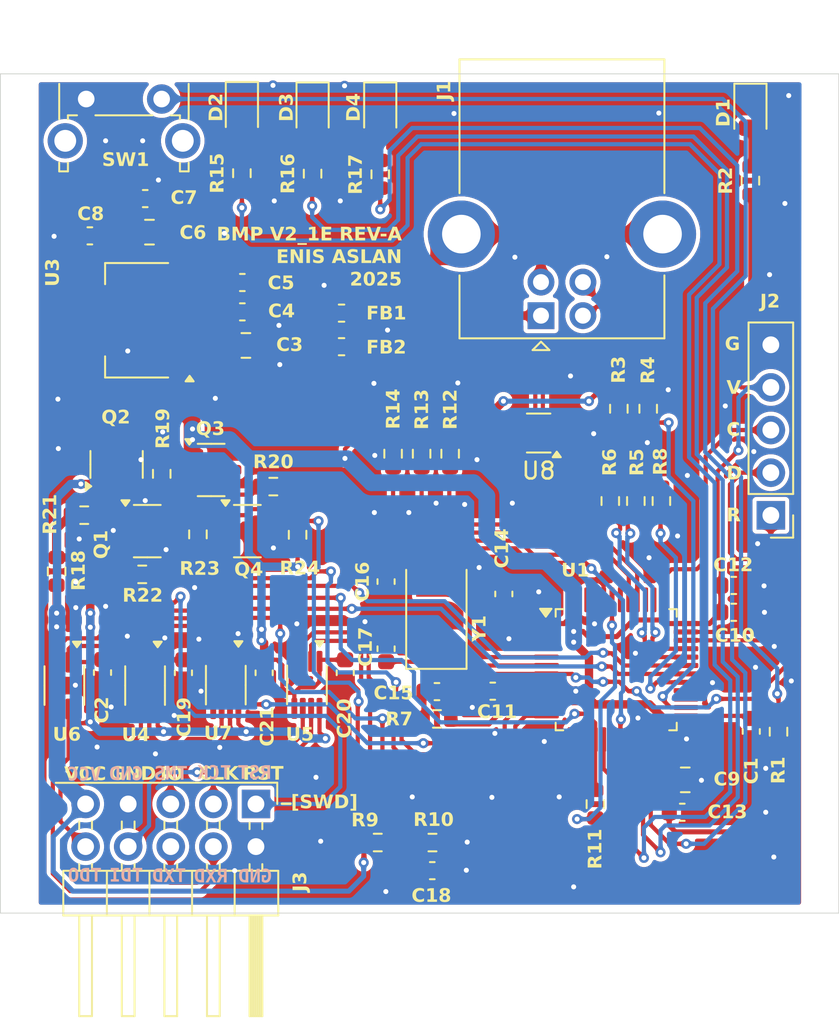
<source format=kicad_pcb>
(kicad_pcb (version 20241229) (generator "pcbnew") (generator_version "9.0")
  (layers (0 "F.Cu" signal) (2 "B.Cu" signal) (13 "F.Paste" user) (15 "B.Paste" user) (5 "F.SilkS" user "F.Silkscreen") (7 "B.SilkS" user "B.Silkscreen") (1 "F.Mask" user) (3 "B.Mask" user) (25 "Edge.Cuts" user))
  (net 0 "")
  (net 1 "GND")
  (net 2 "/mcu/iBTN")
  (net 3 "+3.3V")
  (net 4 "+5V")
  (net 5 "/mcu/OWN_NREST")
  (net 6 "Net-(U1-PD0)")
  (net 7 "Net-(U1-PD1)")
  (net 8 "/mcu/T_PWR_SENSE")
  (net 9 "Net-(D1-A)")
  (net 10 "Net-(D2-A)")
  (net 11 "Net-(D3-A)")
  (net 12 "Net-(D4-A)")
  (net 13 "Net-(J1-GND)")
  (net 14 "Net-(J1-VBUS)")
  (net 15 "/mcu/USBX2_DM")
  (net 16 "/mcu/USBX2_DP")
  (net 17 "/mcu/OWN_SWDIO")
  (net 18 "/mcu/OWN_SWCLK")
  (net 19 "/io/xRST")
  (net 20 "/io/xTCK")
  (net 21 "/io/xTMS")
  (net 22 "/io/xTDI")
  (net 23 "/io/xTDO")
  (net 24 "/io/xTXD")
  (net 25 "/io/xRXD")
  (net 26 "Net-(Q1-G)")
  (net 27 "Net-(Q2-G)")
  (net 28 "Net-(Q2-S)")
  (net 29 "Net-(Q4-G)")
  (net 30 "iRST_SENSE")
  (net 31 "/mcu/VBUS")
  (net 32 "/mcu/USBX1_DP")
  (net 34 "/mcu/USBX1_DM")
  (net 36 "/mcu/USBX1_H")
  (net 37 "xVCC")
  (net 38 "Net-(U1-PB7)")
  (net 39 "iTDO")
  (net 40 "/mcu/VER_0")
  (net 41 "/mcu/VER_1")
  (net 42 "/mcu/VER_2")
  (net 43 "/mcu/LED0")
  (net 44 "/mcu/LED1")
  (net 45 "/mcu/LED2")
  (net 46 "xTPWR")
  (net 47 "PWR_BR")
  (net 48 "iRST")
  (net 49 "iTMS")
  (net 50 "iRxD")
  (net 57 "iTDI")
  (net 59 "iTMS_DIR")
  (net 61 "iTCK")
  (net 63 "iTxD")
  (footprint "Capacitor_SMD:C_0603_1608Metric" (layer "F.Cu") (at 68.9888 51.8302)
    (property "Reference" "C10")
    (property "Value" "100nF")
  )
  (footprint "Capacitor_SMD:C_0603_1608Metric" (layer "F.Cu") (at 30.584 29.402 180)
    (property "Reference" "C8")
    (property "Value" "47nF")
  )
  (footprint "Resistor_SMD:R_0603_1608Metric" (layer "F.Cu") (at 52.0724 42.3814 -90)
    (property "Reference" "R12")
    (property "Value" "100R")
  )
  (footprint "Resistor_SMD:R_0603_1608Metric" (layer "F.Cu") (at 63.8834 39.7022 -90)
    (property "Reference" "R4")
    (property "Value" "10K")
  )
  (footprint "Resistor_SMD:R_0603_1608Metric" (layer "F.Cu") (at 39.6518 25.6695 90)
    (property "Reference" "R15")
    (property "Value" "1K")
  )
  (footprint "Capacitor_SMD:C_0603_1608Metric" (layer "F.Cu") (at 51.285 56.5546)
    (property "Reference" "C15")
    (property "Value" "100nF")
  )
  (footprint "Package_SO:VSSOP-8_2.3x2mm_P0.5mm" (layer "F.Cu") (at 29.064 56.196 -90)
    (property "Reference" "U6")
    (property "Value" "SN74LVC2T45DCUR")
  )
  (footprint "Resistor_SMD:R_0603_1608Metric" (layer "F.Cu") (at 60.7338 63.2602 90)
    (property "Reference" "R11")
    (property "Value" "0R")
  )
  (footprint "Connector_USB:USB_B_Lumberg_2411_02_Horizontal" (layer "F.Cu") (at 57.49 34.1575 90)
    (property "Reference" "J1")
    (property "Value" "USB_B")
  )
  (footprint "Capacitor_SMD:C_0805_2012Metric" (layer "F.Cu") (at 66.0932 61.8124)
    (property "Reference" "C9")
    (property "Value" "10uF")
  )
  (footprint "Package_SO:VSSOP-8_2.3x2mm_P0.5mm" (layer "F.Cu") (at 43.53 56.1524 -90)
    (property "Reference" "U5")
    (property "Value" "SN74LVC2T45DCUR")
  )
  (footprint "Capacitor_SMD:C_0603_1608Metric" (layer "F.Cu") (at 48.25 54 90)
    (property "Reference" "C17")
    (property "Value" "22pF")
  )
  (footprint "LED_SMD:LED_0805_2012Metric" (layer "F.Cu") (at 69.9794 22.0234 -90)
    (property "Reference" "D1")
    (property "Value" "LED")
  )
  (footprint "Capacitor_SMD:C_0603_1608Metric" (layer "F.Cu") (at 45.816 55.434 90)
    (property "Reference" "C20")
    (property "Value" "100nF")
  )
  (footprint "Resistor_SMD:R_0603_1608Metric" (layer "F.Cu") (at 43.8682 25.6972 90)
    (property "Reference" "R16")
    (property "Value" "1K")
  )
  (footprint "Connector_PinHeader_2.54mm:PinHeader_2x05_P2.54mm_Horizontal" (layer "F.Cu") (at 40.49 63.25 -90)
    (property "Reference" "J3")
    (property "Value" "Conn_02x05_Odd_Even")
  )
  (footprint "Inductor_SMD:L_0603_1608Metric" (layer "F.Cu") (at 45.5955 34.006 180)
    (property "Reference" "FB1")
    (property "Value" "FB")
  )
  (footprint "Capacitor_SMD:C_0603_1608Metric" (layer "F.Cu") (at 36.164 55.434 90)
    (property "Reference" "C19")
    (property "Value" "100nF")
  )
  (footprint "Capacitor_SMD:C_0603_1608Metric" (layer "F.Cu") (at 48.25 50 -90)
    (property "Reference" "C16")
    (property "Value" "22pF")
  )
  (footprint "Package_TO_SOT_SMD:SOT-23-3" (layer "F.Cu") (at 37.8175 43.3505)
    (property "Reference" "Q3")
    (property "Value" "PMOS")
  )
  (footprint "Resistor_SMD:R_0603_1608Metric" (layer "F.Cu") (at 69.9794 26.1128 90)
    (property "Reference" "R2")
    (property "Value" "1K")
  )
  (footprint "Package_SO:VSSOP-8_2.3x2mm_P0.5mm" (layer "F.Cu") (at 33.878 56.196 -90)
    (property "Reference" "U4")
    (property "Value" "SN74LVC2T45DCUR")
  )
  (footprint "Connector_PinHeader_2.54mm:PinHeader_1x05_P2.54mm_Vertical" (layer "F.Cu") (at 71.1986 46.0518 180)
    (property "Reference" "J2")
    (property "Value" "Conn_01x05_Pin")
  )
  (footprint "Resistor_SMD:R_0603_1608Metric" (layer "F.Cu") (at 33.7082 49.5696)
    (property "Reference" "R22")
    (property "Value" "22R")
  )
  (footprint "Package_TO_SOT_SMD:SOT-223-3_TabPin2" (layer "F.Cu") (at 33.4034 34.4312 180)
    (property "Reference" "U3")
    (property "Value" "AMS1117-3.3")
  )
  (footprint "Inductor_SMD:L_0603_1608Metric" (layer "F.Cu") (at 45.5955 36.006 180)
    (property "Reference" "FB2")
    (property "Value" "FB")
  )
  (footprint "Resistor_SMD:R_0603_1608Metric" (layer "F.Cu") (at 50.3706 42.3814 -90)
    (property "Reference" "R13")
    (property "Value" "100R")
  )
  (footprint "Package_TO_SOT_SMD:SOT-363_SC-70-6" (layer "F.Cu") (at 57.35 41.15 180)
    (property "Reference" "U8")
    (property "Value" "NUP2202")
  )
  (footprint "Capacitor_SMD:C_0603_1608Metric" (layer "F.Cu") (at 68.9888 50.23)
    (property "Reference" "C12")
    (property "Value" "100nF")
  )
  (footprint "Resistor_SMD:R_0603_1608Metric" (layer "F.Cu") (at 34.8711 43.5791 -90)
    (property "Reference" "R19")
    (property "Value" "10K")
  )
  (footprint "Capacitor_SMD:C_0805_2012Metric" (layer "F.Cu") (at 39.8909 35.9312)
    (property "Reference" "C3")
    (property "Value" "10uF")
  )
  (footprint "Resistor_SMD:R_0603_1608Metric" (layer "F.Cu") (at 30.2483 46.0429)
    (property "Reference" "R21")
    (property "Value" "10K")
  )
  (footprint "Resistor_SMD:R_0603_1608Metric" (layer "F.Cu") (at 48.6688 42.3814 -90)
    (property "Reference" "R14")
    (property "Value" "100R")
  )
  (footprint "LED_SMD:LED_0805_2012Metric" (layer "F.Cu") (at 39.6518 21.9195 -90)
    (property "Reference" "D2")
    (property "Value" "LED")
  )
  (footprint "Resistor_SMD:R_0603_1608Metric" (layer "F.Cu") (at 47.9026 25.7351 90)
    (property "Reference" "R17")
    (property "Value" "1K")
  )
  (footprint "Capacitor_SMD:C_0603_1608Metric" (layer "F.Cu") (at 40.978 55.434 90)
    (property "Reference" "C21")
    (property "Value" "100nF")
  )
  (footprint "Resistor_SMD:R_0603_1608Metric" (layer "F.Cu") (at 61.6228 45.2008 90)
    (property "Reference" "R6")
    (property "Value" "22R")
  )
  (footprint "Resistor_SMD:R_0603_1608Metric" (layer "F.Cu") (at 62.1334 39.7022 90)
    (property "Reference" "R3")
    (property "Value" "4.7K")
  )
  (footprint "Capacitor_SMD:C_0603_1608Metric" (layer "F.Cu") (at 65.9154 63.7428)
    (property "Reference" "C13")
    (property "Value" "100nF")
  )
  (footprint "LED_SMD:LED_0805_2012Metric" (layer "F.Cu") (at 47.9026 21.9472 -90)
    (property "Reference" "D4")
    (property "Value" "LED")
  )
  (footprint "Resistor_SMD:R_0603_1608Metric" (layer "F.Cu") (at 42.9737 47.2113 90)
    (property "Reference" "R24")
    (property "Value" "10K")
  )
  (footprint "Capacitor_SMD:C_0603_1608Metric" (layer "F.Cu") (at 33.886 27.1812)
    (property "Reference" "C7")
    (property "Value" "100nF")
  )
  (footprint "Resistor_SMD:R_0603_1608Metric" (layer "F.Cu") (at 47.7544 65.5462 180)
    (property "Reference" "R9")
    (property "Value" "4.7K")
  )
  (footprint "Resistor_SMD:R_0603_1608Metric" (layer "F.Cu") (at 28.6028 49.3918 -90)
    (property "Reference" "R18")
    (property "Value" "100R")
  )
  (footprint "Capacitor_SMD:C_0603_1608Metric" (layer "F.Cu") (at 54.6124 56.5292 180)
    (property "Reference" "C11")
    (property "Value" "100nF")
  )
  (footprint "Resistor_SMD:R_0603_1608Metric" (layer "F.Cu") (at 71.6558 58.9422 90)
    (property "Reference" "R1")
    (property "Value" "10K")
  )
  (footprint "Resistor_SMD:R_0603_1608Metric" (layer "F.Cu") (at 41.5259 44.3411)
    (property "Reference" "R20")
    (property "Value" "22R")
  )
  (footprint "Resistor_SMD:R_0603_1608Metric" (layer "F.Cu") (at 63.1468 45.2008 90)
    (property "Reference" "R5")
    (property "Value" "22R")
  )
  (footprint "Capacitor_SMD:C_0603_1608Metric" (layer "F.Cu") (at 70.0302 58.9292 -90)
    (property "Reference" "C1")
    (property "Value" "100nF")
  )
  (footprint "Resistor_SMD:R_0603_1608Metric" (layer "F.Cu") (at 37.0301 47.1859 90)
    (property "Reference" "R23")
    (property "Value" "22R")
  )
  (footprint "Capacitor_SMD:C_0603_1608Metric" (layer "F.Cu") (at 39.6784 32.1812)
    (property "Reference" "C5")
    (property "Value" "47nF")
  )
  (footprint "LED_SMD:LED_0805_2012Metric" (layer "F.Cu") (at 43.8682 21.9472 -90)
    (property "Reference" "D3")
    (property "Value" "LED")
  )
  (footprint "Package_TO_SOT_SMD:SOT-23-3" (layer "F.Cu") (at 34.0075 46.994)
    (property "Reference" "Q1")
    (property "Value" "NMOS")
  )
  (footprint "Package_SO:VSSOP-8_2.3x2mm_P0.5mm" (layer "F.Cu") (at 38.692 56.1676 -90)
    (property "Reference" "U7")
    (property "Value" "SN74LVC2T45DCUR")
  )
  (footprint "Capacitor_SMD:C_0603_1608Metric" (layer "F.Cu") (at 31.338 55.421 90)
    (property "Reference" "C2")
    (property "Value" "100nF")
  )
  (footprint "Package_TO_SOT_SMD:SOT-23-3" (layer "F.Cu") (at 39.9765 46.994)
    (property "Reference" "Q4")
    (property "Value" "NMOS")
  )
  (footprint "Capacitor_SMD:C_0603_1608Metric" (layer "F.Cu") (at 51.0056 67.2226)
    (property "Reference" "C18")
    (property "Value" "100nF")
  )
  (footprint "Resistor_SMD:R_0603_1608Metric" (layer "F.Cu") (at 51.285 58.1802 180)
    (property "Reference" "R7")
    (property "Value" "10K")
  )
  (footprint "Package_QFP:LQFP-48_7x7mm_P0.5mm" (layer "F.Cu") (at 61.975 55.25)
    (property "Reference" "U1")
    (property "Value" "STM32F103CBTx")
  )
  (footprint "Button_Switch_THT:SW_Tactile_SPST_Angled_PTS645Vx58-2LFS" (layer "F.Cu") (at 30.3664 21.25)
    (property "Reference" "SW1")
    (property "Value" "SW_Push")
  )
  (footprint "Crystal:Crystal_SMD_Abracon_ABM3-2Pin_5.0x3.2mm" (layer "F.Cu") (at 51.25 52 90)
    (property "Reference" "Y1")
    (property "Value" "8Mhz")
  )
  (footprint "Package_TO_SOT_SMD:SOT-23-3" (layer "F.Cu") (at 32.1787 43.0203 90)
    (property "Reference" "Q2")
    (property "Value" "PMOS")
  )
  (footprint "Resistor_SMD:R_0603_1608Metric" (layer "F.Cu") (at 51.0178 65.5488 180)
    (property "Reference" "R10")
    (property "Value" "10K")
  )
  (footprint "Capacitor_SMD:C_0603_1608Metric" (layer "F.Cu") (at 55.2728 50.738 90)
    (property "Reference" "C14")
    (property "Value" "47nF")
  )
  (footprint "Capacitor_SMD:C_0805_2012Metric" (layer "F.Cu") (at 34.14 29.1812)
    (property "Reference" "C6")
    (property "Value" "10uF")
  )
  (footprint "Capacitor_SMD:C_0603_1608Metric" (layer "F.Cu") (at 39.6784 33.9312)
    (property "Reference" "C4")
    (property "Value" "100nF")
  )
  (footprint "Resistor_SMD:R_0603_1608Metric" (layer "F.Cu") (at 64.6708 45.2008 90)
    (property "Reference" "R8")
    (property "Value" "1.5K")
  )
  (gr_line (start 42.5474 63.2348) (end 42.0394 63.2348) (stroke (width 0.15)) (layer "F.SilkS"))
  (gr_line (start 40.49 61.98) (end 28.552 61.9902) (stroke (width 0.12)) (layer "F.SilkS"))
  (gr_line (start 75.25 69.75) (end 25.25 69.75) (stroke (width 0.05)) (layer "Edge.Cuts"))
  (gr_line (start 25.25 19.75) (end 75.25 19.75) (stroke (width 0.05)) (layer "Edge.Cuts"))
  (gr_line (start 75.25 19.75) (end 75.25 69.75) (stroke (width 0.05)) (layer "Edge.Cuts"))
  (gr_line (start 25.25 69.75) (end 25.25 19.75) (stroke (width 0.05)) (layer "Edge.Cuts"))
  (gr_text "R" (at 68.55 46.547 0) (layer "F.SilkS") (effects (font (size 0.8 0.8) (thickness 0.16) (bold yes)) (justify left bottom)))
  (gr_text "[SWD]" (at 42.5728 63.6412 0) (layer "F.SilkS") (effects (font (size 0.8 0.8) (thickness 0.16) (bold yes)) (justify left bottom)))
  (gr_text "V" (at 68.55 38.95 0) (layer "F.SilkS") (effects (font (size 0.8 0.8) (thickness 0.16) (bold yes)) (justify left bottom)))
  (gr_text "G" (at 68.45 36.35 0) (layer "F.SilkS") (effects (font (size 0.8 0.8) (thickness 0.16) (bold yes)) (justify left bottom)))
  (gr_text "VCC" (at 29.05 61.9648 0) (layer "F.SilkS") (effects (font (size 0.8 0.8) (thickness 0.2) (bold yes)) (justify left bottom)))
  (gr_text "GND" (at 31.75 61.95 0) (layer "F.SilkS") (effects (font (size 0.8 0.8) (thickness 0.2) (bold yes)) (justify left bottom)))
  (gr_text "IO" (at 34.775 61.9648 0) (layer "F.SilkS") (effects (font (size 0.8 0.8) (thickness 0.2) (bold yes)) (justify left bottom)))
  (gr_text "CLK" (at 37.061 61.9394 0) (layer "F.SilkS") (effects (font (size 0.8 0.8) (thickness 0.2) (bold yes)) (justify left bottom)))
  (gr_text "BMP V2_1E REV-A\nENIS ASLAN\n2025" (at 49.2 32.5 0) (layer "F.SilkS") (effects (font (size 0.8 0.8) (thickness 0.16) (bold yes)) (justify right bottom)))
  (gr_text "C" (at 68.55 41.45 0) (layer "F.SilkS") (effects (font (size 0.8 0.8) (thickness 0.16) (bold yes)) (justify left bottom)))
  (gr_text "D" (at 68.55 44.05 0) (layer "F.SilkS") (effects (font (size 0.8 0.8) (thickness 0.16) (bold yes)) (justify left bottom)))
  (gr_text "RST" (at 39.7026 61.9394 0) (layer "F.SilkS") (effects (font (size 0.8 0.8) (thickness 0.2) (bold yes)) (justify left bottom)))
  (gr_text "VCC" (at 31.2698 61.9902 0) (layer "B.SilkS") (effects (font (size 0.8 0.8) (thickness 0.2) (bold yes)) (justify left bottom mirror)))
  (gr_text "TMS" (at 36.426 61.9394 0) (layer "B.SilkS") (effects (font (size 0.8 0.8) (thickness 0.2) (bold yes)) (justify left bottom mirror)))
  (gr_text "TXD" (at 36.3244 68.0354 0) (layer "B.SilkS") (effects (font (size 0.8 0.8) (thickness 0.2) (bold yes)) (justify left bottom mirror)))
  (gr_text "TCK" (at 39.0168 61.8886 0) (layer "B.SilkS") (effects (font (size 0.8 0.8) (thickness 0.2) (bold yes)) (justify left bottom mirror)))
  (gr_text "GND" (at 33.759 61.9648 0) (layer "B.SilkS") (effects (font (size 0.8 0.8) (thickness 0.2) (bold yes)) (justify left bottom mirror)))
  (gr_text "RST" (at 41.4044 61.8886 0) (layer "B.SilkS") (effects (font (size 0.8 0.8) (thickness 0.2) (bold yes)) (justify left bottom mirror)))
  (gr_text "RXD" (at 38.8136 68.0608 0) (layer "B.SilkS") (effects (font (size 0.8 0.8) (thickness 0.2) (bold yes)) (justify left bottom mirror)))
  (gr_text "GND" (at 41.4552 68.0608 0) (layer "B.SilkS") (effects (font (size 0.8 0.8) (thickness 0.2) (bold yes)) (justify left bottom mirror)))
  (gr_text "TDI" (at 33.759 68.01 0) (layer "B.SilkS") (effects (font (size 0.8 0.8) (thickness 0.2) (bold yes)) (justify left bottom mirror)))
  (gr_text "TDO" (at 31.2952 68.01 0) (layer "B.SilkS") (effects (font (size 0.8 0.8) (thickness 0.2) (bold yes)) (justify left bottom mirror)))
  (segment (start 38.942 59.271) (end 38.331 59.882) (width 0.25) (layer "F.Cu") (net 1))
  (segment (start 58.9092 56) (end 59.4384 56.5292) (width 0.25) (layer "F.Cu") (net 1))
  (segment (start 34.128 53.798) (end 34.5718 53.3542) (width 0.25) (layer "F.Cu") (net 1))
  (segment (start 59.9464 49.8744) (end 59.7178 50.103) (width 0.25) (layer "F.Cu") (net 1))
  (segment (start 34.5718 53.3542) (end 35.0544 53.3542) (width 0.25) (layer "F.Cu") (net 1))
  (segment (start 69.3684 53) (end 69.7638 52.6046) (width 0.25) (layer "F.Cu") (net 1))
  (segment (start 69.7638 52.6046) (end 69.7638 51.8302) (width 0.25) (layer "F.Cu") (net 1))
  (segment (start 34.394 56.58) (end 35.793 56.58) (width 0.3) (layer "F.Cu") (net 1))
  (segment (start 57.3556 50.0014) (end 57.3556 50.611) (width 0.25) (layer "F.Cu") (net 1))
  (segment (start 34.128 54.796) (end 34.128 53.798) (width 0.25) (layer "F.Cu") (net 1))
  (segment (start 60.8862 49.8744) (end 59.9464 49.8744) (width 0.25) (layer "F.Cu") (net 1))
  (segment (start 33.128 54.0186) (end 33.128 54.796) (width 0.25) (layer "F.Cu") (net 1))
  (segment (start 64.225 58.607236) (end 63.747164 58.1294) (width 0.25) (layer "F.Cu") (net 1))
  (segment (start 57.8125 56) (end 58.9092 56) (width 0.25) (layer "F.Cu") (net 1))
  (segment (start 61.225 51.0875) (end 61.225 50.2132) (width 0.25) (layer "F.Cu") (net 1))
  (segment (start 33.124 54.0146) (end 33.128 54.0186) (width 0.25) (layer "F.Cu") (net 1))
  (segment (start 59.7178 50.103) (end 59.725 50.1102) (width 0.25) (layer "F.Cu") (net 1))
  (segment (start 59.7178 50.103) (end 59.2352 49.6204) (width 0.25) (layer "F.Cu") (net 1))
  (segment (start 66.1375 53) (end 69.3684 53) (width 0.25) (layer "F.Cu") (net 1))
  (segment (start 37.569 53.4304) (end 37.942 53.8034) (width 0.25) (layer "F.Cu") (net 1))
  (segment (start 35.793 56.58) (end 36.164 56.209) (width 0.3) (layer "F.Cu") (net 1))
  (segment (start 38.942 53.5814) (end 38.942 54.7676) (width 0.25) (layer "F.Cu") (net 1))
  (segment (start 38.942 57.5676) (end 38.942 59.271) (width 0.25) (layer "F.Cu") (net 1))
  (segment (start 34.128 57.596) (end 34.128 56.846) (width 0.25) (layer "F.Cu") (net 1))
  (segment (start 61.225 51.974) (end 61.225 51.0875) (width 0.25) (layer "F.Cu") (net 1))
  (segment (start 59.2352 49.6204) (end 57.7366 49.6204) (width 0.25) (layer "F.Cu") (net 1))
  (segment (start 61.225 50.2132) (end 60.8862 49.8744) (width 0.25) (layer "F.Cu") (net 1))
  (segment (start 33.124 53.5574) (end 33.124 54.0146) (width 0.25) (layer "F.Cu") (net 1))
  (segment (start 60.683 52.516) (end 61.225 51.974) (width 0.25) (layer "F.Cu") (net 1))
  (segment (start 57.7366 49.6204) (end 57.3556 50.0014) (width 0.25) (layer "F.Cu") (net 1))
  (segment (start 37.0864 53.4304) (end 37.569 53.4304) (width 0.25) (layer "F.Cu") (net 1))
  (segment (start 59.725 50.1102) (end 59.725 51.0875) (width 0.25) (layer "F.Cu") (net 1))
  (segment (start 34.128 56.846) (end 34.394 56.58) (width 0.3) (layer "F.Cu") (net 1))
  (segment (start 34.128 59.8954) (end 34.128 57.596) (width 0.25) (layer "F.Cu") (net 1))
  (segment (start 37.942 53.8034) (end 37.942 54.7676) (width 0.25) (layer "F.Cu") (net 1))
  (segment (start 64.225 59.4125) (end 64.225 58.607236) (width 0.25) (layer "F.Cu") (net 1))
  (segment (start 34.4956 60.263) (end 34.128 59.8954) (width 0.25) (layer "F.Cu") (net 1))
  (segment (start 63.747164 58.1294) (end 63.2738 58.1294) (width 0.25) (layer "F.Cu") (net 1))
  (segment (start 39.4232 53.1002) (end 38.942 53.5814) (width 0.25) (layer "F.Cu") (net 1))
  (segment (start 59.4384 56.5292) (end 59.5654 56.5292) (width 0.25) (layer "F.Cu") (net 1))
  (segment (start 32.8192 53.2526) (end 33.124 53.5574) (width 0.25) (layer "F.Cu") (net 1))
  (segment (start 37.0102 53.3542) (end 37.0864 53.4304) (width 0.25) (layer "F.Cu") (net 1))
  (segment (start 35.0544 53.3542) (end 37.0102 53.3542) (width 0.25) (layer "F.Cu") (net 1))
  (via (at 28.679 39.1302) (size 0.6) (drill 0.3) (layers "F.Cu" "B.Cu") (net 1))
  (via (at 53.7996 49.1632) (size 0.6) (drill 0.3) (layers "F.Cu" "B.Cu") (net 1))
  (via (at 41.5314 47.9948) (size 0.6) (drill 0.3) (layers "F.Cu" "B.Cu") (net 1))
  (via (at 57.3556 50.611) (size 0.6) (drill 0.3) (layers "F.Cu" "B.Cu") (net 1))
  (via (at 31.981 46.9534) (size 0.6) (drill 0.3) (layers "F.Cu" "B.Cu") (net 1))
  (via (at 44.554 32.3484) (size 0.6) (drill 0.3) (layers "F.Cu" "B.Cu") (net 1))
  (via (at 45.5192 27.3192) (size 0.6) (drill 0.3) (layers "F.Cu" "B.Cu") (net 1))
  (via (at 35.6132 57.977) (size 0.6) (drill 0.3) (layers "F.Cu" "B.Cu") (net 1))
  (via (at 32.8192 53.2526) (size 0.6) (drill 0.3) (layers "F.Cu" "B.Cu") (net 1))
  (via (at 28.4504 29.4274) (size 0.6) (drill 0.3) (layers "F.Cu" "B.Cu") (net 1))
  (via (at 36.8324 50.357) (size 0.6) (drill 0.3) (layers "F.Cu" "B.Cu") (net 1))
  (via (at 70.8938 63.7428) (size 0.6) (drill 0.3) (layers "F.Cu" "B.Cu") (net 1))
  (via (at 39.4232 53.1002) (size 0.6) (drill 0.3) (layers "F.Cu" "B.Cu") (net 1))
  (via (at 31.5238 51.4746) (size 0.6) (drill 0.3) (layers "F.Cu" "B.Cu") (net 1))
  (via (at 34.9274 41.086) (size 0.6) (drill 0.3) (layers "F.Cu" "B.Cu") (net 1))
  (via (at 47.5766 42.483) (size 0.6) (drill 0.3) (layers "F.Cu" "B.Cu") (net 1))
  (via (at 33.7336 23.7378) (size 0.6) (drill 0.3) (layers "F.Cu" "B.Cu") (net 1))
  (via (at 63.8326 41.721) (size 0.6) (drill 0.3) (layers "F.Cu" "B.Cu") (net 1))
  (via (at 68.4808 39.5366) (size 0.6) (drill 0.3) (layers "F.Cu" "B.Cu") (net 1))
  (via (at 59.4384 68.1878) (size 0.6) (drill 0.3) (layers "F.Cu" "B.Cu") (net 1))
  (via (at 28.7044 42.0766) (size 0.6) (drill 0.3) (layers "F.Cu" "B.Cu") (net 1))
  (via (at 66.2202 43.6768) (size 0.6) (drill 0.3) (layers "F.Cu" "B.Cu") (net 1))
  (via (at 31.5238 23.7378) (size 0.6) (drill 0.3) (layers "F.Cu" "B.Cu") (net 1))
  (via (at 32.8446 36.26) (size 0.6) (drill 0.3) (layers "F.Cu" "B.Cu") (net 1))
  (via (at 31.854 57.469) (size 0.6) (drill 0.3) (layers "F.Cu" "B.Cu") (net 1))
  (via (at 70.8176 51.8302) (size 0.6) (drill 0.3) (layers "F.Cu" "B.Cu") (net 1))
  (via (at 71.4018 53.8622) (size 0.6) (drill 0.3) (layers "F.Cu" "B.Cu") (net 1))
  (via (at 70.7922 50.2554) (size 0.6) (drill 0.3) (layers "F.Cu" "B.Cu") (net 1))
  (via (at 49.6086 45.8866) (size 0.6) (drill 0.3) (layers "F.Cu" "B.Cu") (net 1))
  (via (at 39.22 67.2226) (size 0.6) (drill 0.3) (layers "F.Cu" "B.Cu") (net 1))
  (via (at 59.5654 56.5292) (size 0.6) (drill 0.3) (layers "F.Cu" "B.Cu") (net 1))
  (via (at 37.2134 56.5292) (size 0.6) (drill 0.3) (layers "F.Cu" "B.Cu") (net 1))
  (via (at 54.7394 59.0438) (size 0.6) (drill 0.3) (layers "F.Cu" "B.Cu") (net 1))
  (via (at 55.9332 30.672) (size 0.6) (drill 0.3) (layers "F.Cu" "B.Cu") (net 1))
  (via (at 54.5616 62.8538) (size 0.6) (drill 0.3) (layers "F.Cu" "B.Cu") (net 1))
  (via (at 52.936 45.404) (size 0.6) (drill 0.3) (layers "F.Cu" "B.Cu") (net 1))
  (via (at 41.506 20.4358) (size 0.6) (drill 0.3) (layers "F.Cu" "B.Cu") (net 1))
  (via (at 42.9284 52.516) (size 0.6) (drill 0.3) (layers "F.Cu" "B.Cu") (net 1))
  (via (at 55.7808 45.3278) (size 0.6) (drill 0.3) (layers "F.Cu" "B.Cu") (net 1))
  (via (at 72.4178 55.9196) (size 0.6) (drill 0.3) (layers "F.Cu" "B.Cu") (net 1))
  (via (at 65.636 47.2836) (size 0.6) (drill 0.3) (layers "F.Cu" "B.Cu") (net 1))
  (via (at 48.237 68.4672) (size 0.6) (drill 0.3) (layers "F.Cu" "B.Cu") (net 1))
  (via (at 60.6322 41.1876) (size 0.6) (drill 0.3) (layers "F.Cu" "B.Cu") (net 1))
  (via (at 29.7458 51.5508) (size 0.6) (drill 0.3) (layers "F.Cu" "B.Cu") (net 1))
  (via (at 35.1306 48.0964) (size 0.6) (drill 0.3) (layers "F.Cu" "B.Cu") (net 1))
  (via (at 70.2842 55.1068) (size 0.6) (drill 0.3) (layers "F.Cu" "B.Cu") (net 1))
  (via (at 63.1214 54.2686) (size 0.6) (drill 0.3) (layers "F.Cu" "B.Cu") (net 1))
  (via (at 37.0864 53.4304) (size 0.6) (drill 0.3) (layers "F.Cu" "B.Cu") (net 1))
  (via (at 67.7188 56.0212) (size 0.6) (drill 0.3) (layers "F.Cu" "B.Cu") (net 1))
  (via (at 65.0772 38.5714) (size 0.6) (drill 0.3) (layers "F.Cu" "B.Cu") (net 1))
  (via (at 60.683 52.516) (size 0.6) (drill 0.3) (layers "F.Cu" "B.Cu") (net 1))
  (via (at 33.632 42.737) (size 0.6) (drill 0.3) (layers "F.Cu" "B.Cu") (net 1))
  (via (at 64.5184 22.0868) (size 0.6) (drill 0.3) (layers "F.Cu" "B.Cu") (net 1))
  (via (at 70.1826 42.2544) (size 0.6) (drill 0.3) (layers "F.Cu" "B.Cu") (net 1))
  (via (at 34.6734 26.0746) (size 0.6) (drill 0.3) (layers "F.Cu" "B.Cu") (net 1))
  (via (at 44.0714 61.66) (size 0.6) (drill 0.3) (layers "F.Cu" "B.Cu") (net 1))
  (via (at 41.9124 37.0728) (size 0.6) (drill 0.3) (layers "F.Cu" "B.Cu") (net 1))
  (via (at 29.949 47.4614) (size 0.6) (drill 0.3) (layers "F.Cu" "B.Cu") (net 1))
  (via (at 59.25 37.75) (size 0.6) (drill 0.3) (layers "F.Cu" "B.Cu") (net 1))
  (via (at 53.3932 57.4944) (size 0.6) (drill 0.3) (layers "F.Cu" "B.Cu") (net 1))
  (via (at 58.5748 62.8284) (size 0.6) (drill 0.3) (layers "F.Cu" "B.Cu") (net 1))
  (via (at 63.2738 58.1294) (size 0.6) (drill 0.3) (layers "F.Cu" "B.Cu") (net 1))
  (via (at 38.067523 39.081964) (size 0.6) (drill 0.3) (layers "F.Cu" "B.Cu") (net 1))
  (via (at 53.6726 42.737) (size 0.6) (drill 0.3) (layers "F.Cu" "B.Cu") (net 1))
  (via (at 48.3386 35.0154) (size 0.6) (drill 0.3) (layers "F.Cu" "B.Cu") (net 1))
  (via (at 35.0544 53.3542) (size 0.6) (drill 0.3) (layers "F.Cu" "B.Cu") (net 1))
  (via (at 44.3508 65.47) (size 0.6) (drill 0.3) (layers "F.Cu" "B.Cu") (net 1))
  (via (at 38.6104 29.2496) (size 0.6) (drill 0.3) (layers "F.Cu" "B.Cu") (net 1))
  (via (at 41.5822 27.3192) (size 0.6) (drill 0.3) (layers "F.Cu" "B.Cu") (net 1))
  (via (at 49.8118 62.8284) (size 0.6) (drill 0.3) (layers "F.Cu" "B.Cu") (net 1))
  (via (at 71.1224 31.7134) (size 0.6) (drill 0.3) (layers "F.Cu" "B.Cu") (net 1))
  (via (at 31.0158 59.8566) (size 0.6) (drill 0.3) (layers "F.Cu" "B.Cu") (net 1))
  (via (at 70.4112 47.7408) (size 0.6) (drill 0.3) (layers "F.Cu" "B.Cu") (net 1))
  (via (at 47.5258 38.1904) (size 0.6) (drill 0.3) (layers "F.Cu" "B.Cu") (net 1))
  (via (at 55.5776 53.405) (size 0.6) (drill 0.3) (layers "F.Cu" "B.Cu") (net 1))
  (via (at 67.0584 61.8378) (size 0.6) (drill 0.3) (layers "F.Cu" "B.Cu") (net 1))
  (via (at 29.7458 50.0268) (size 0.6) (drill 0.3) (layers "F.Cu" "B.Cu") (net 1))
  (via (at 41.8616 34.736) (size 0.6) (drill 0.3) (layers "F.Cu" "B.Cu") (net 1))
  (via (at 51.2342 45.3278) (size 0.6) (drill 0.3) (layers "F.Cu" "B.Cu") (net 1))
  (via (at 45.7732 20.4612) (size 0.6) (drill 0.3) (layers "F.Cu" "B.Cu") (net 1))
  (via (at 47.5512 45.8866) (size 0.6) (drill 0.3) (layers "F.Cu" "B.Cu") (net 1))
  (via (at 52.5296 38.165) (size 0.6) (drill 0.3) (layers "F.Cu" "B.Cu") (net 1))
  (via (at 34.4956 60.263) (size 0.6) (drill 0.3) (layers "F.Cu" "B.Cu") (net 1))
  (via (at 66.1694 59.374) (size 0.6) (drill 0.3) (layers "F.Cu" "B.Cu") (net 1))
  (via (at 33.886 45.1754) (size 0.6) (drill 0.3) (layers "F.Cu" "B.Cu") (net 1))
  (via (at 53.0376 67.1972) (size 0.6) (drill 0.3) (layers "F.Cu" "B.Cu") (net 1))
  (via (at 57.6858 59.5264) (size 0.6) (drill 0.3) (layers "F.Cu" "B.Cu") (net 1))
  (via (at 70.8938 61.1266) (size 0.6) (drill 0.3) (layers "F.Cu" "B.Cu") (net 1))
  (via (at 53.0884 65.5208) (size 0.6) (drill 0.3) (layers "F.Cu" "B.Cu") (net 1))
  (via (at 38.331 59.882) (size 0.6) (drill 0.3) (layers "F.Cu" "B.Cu") (net 1))
  (via (at 52.301 22.1122) (size 0.6) (drill 0.3) (layers "F.Cu" "B.Cu") (net 1))
  (via (at 72.2654 21.0454) (size 0.6) (drill 0.3) (layers "F.Cu" "B.Cu") (net 1))
  (via (at 63.9342 48.579) (size 0.6) (drill 0.3) (layers "F.Cu" "B.Cu") (net 1))
  (via (at 29.7204 56.1736) (size 0.6) (drill 0.3) (layers "F.Cu" "B.Cu") (net 1))
  (via (at 61.4196 30.6466) (size 0.6) (drill 0.3) (layers "F.Cu" "B.Cu") (net 1))
  (via (at 71.3764 66.4098) (size 0.6) (drill 0.3) (layers "F.Cu" "B.Cu") (net 1))
  (via (at 46.9924 52.389) (size 0.6) (drill 0.3) (layers "F.Cu" "B.Cu") (net 1))
  (via (at 72.0368 27.4716) (size 0.6) (drill 0.3) (layers "F.Cu" "B.Cu") (net 1))
  (segment (start 71.6558 56.7578) (end 71.6558 58.1042) (width 0.25) (layer "F.Cu") (net 2))
  (segment (start 70.3596 58.1042) (end 70.309 58.1548) (width 0.25) (layer "F.Cu") (net 2))
  (segment (start 70.1542 58) (end 66.1375 58) (width 0.25) (layer "F.Cu") (net 2))
  (segment (start 71.5796 56.6816) (end 71.6558 56.7578) (width 0.25) (layer "F.Cu") (net 2))
  (segment (start 71.6558 58.1042) (end 70.3596 58.1042) (width 0.25) (layer "F.Cu") (net 2))
  (segment (start 70.309 58.1548) (end 70.1542 58) (width 0.25) (layer "F.Cu") (net 2))
  (via (at 71.5796 56.6816) (size 0.6) (drill 0.3) (layers "F.Cu" "B.Cu") (net 2))
  (segment (start 67.7442 33.7454) (end 69.7 31.7896) (width 0.25) (layer "B.Cu") (net 2))
  (segment (start 67.7442 42.102) (end 67.7442 33.7454) (width 0.25) (layer "B.Cu") (net 2))
  (segment (start 68.3284 21.2486) (end 34.8678 21.2486) (width 0.25) (layer "B.Cu") (net 2))
  (segment (start 69.4206 43.7784) (end 67.7442 42.102) (width 0.25) (layer "B.Cu") (net 2))
  (segment (start 69.7 31.7896) (end 69.7 22.6202) (width 0.25) (layer "B.Cu") (net 2))
  (segment (start 71.5796 56.6816) (end 71.5796 55.183) (width 0.25) (layer "B.Cu") (net 2))
  (segment (start 69.4206 53.024) (end 69.4206 43.7784) (width 0.25) (layer "B.Cu") (net 2))
  (segment (start 34.8678 21.2486) (end 34.8664 21.25) (width 0.25) (layer "B.Cu") (net 2))
  (segment (start 71.5796 55.183) (end 69.4206 53.024) (width 0.25) (layer "B.Cu") (net 2))
  (segment (start 69.7 22.6202) (end 68.3284 21.2486) (width 0.25) (layer "B.Cu") (net 2))
  (segment (start 32.9692 29.402) (end 33.19 29.1812) (width 0.5) (layer "F.Cu") (net 3))
  (segment (start 40.8202 53.5066) (end 40.978 53.6644) (width 0.5) (layer "F.Cu") (net 3))
  (segment (start 59.9972 52.9732) (end 60.302 53.278) (width 0.3) (layer "F.Cu") (net 3))
  (segment (start 64.985 52.5) (end 66.1375 52.5) (width 0.3) (layer "F.Cu") (net 3))
  (segment (start 36.164 54.659) (end 34.765 54.659) (width 0.25) (layer "F.Cu") (net 3))
  (segment (start 58.8702 52.5) (end 59.225 52.1452) (width 0.3) (layer "F.Cu") (net 3))
  (segment (start 42.3656 56.6268) (end 42.0648 56.326) (width 0.25) (layer "F.Cu") (net 3))
  (segment (start 64.725 59.4125) (end 64.725 60.3934) (width 0.3) (layer "F.Cu") (net 3))
  (segment (start 32.3874 54.929) (end 32.3874 56.1228) (width 0.25) (layer "F.Cu") (net 3))
  (segment (start 42.78 56.6268) (end 42.78 57.5524) (width 0.25) (layer "F.Cu") (net 3))
  (segment (start 37.4547 55.8434) (end 37.1626 55.5513) (width 0.25) (layer "F.Cu") (net 3))
  (segment (start 44.2746 55.9704) (end 43.9444 56.3006) (width 0.25) (layer "F.Cu") (net 3))
  (segment (start 57.8125 52.5) (end 56.2598 52.5) (width 0.25) (layer "F.Cu") (net 3))
  (segment (start 59.225 52.1452) (end 59.225 52.3534) (width 0.25) (layer "F.Cu") (net 3))
  (segment (start 33.5558 56.072) (end 34.3686 56.072) (width 0.25) (layer "F.Cu") (net 3))
  (segment (start 65.1432 63.74) (end 65.1404 63.7428) (width 0.3) (layer "F.Cu") (net 3))
  (segment (start 32.3874 56.1228) (end 32.7644 56.4998) (width 0.25) (layer "F.Cu") (net 3))
  (segment (start 44.28 55.8634) (end 44.2746 55.8688) (width 0.25) (layer "F.Cu") (net 3))
  (segment (start 59.4484 53.6182) (end 60.3528 54.5226) (width 0.5) (layer "F.Cu") (net 3))
  (segment (start 48.6688 41.5564) (end 46.3442 41.5564) (width 0.25) (layer "F.Cu") (net 3))
  (segment (start 45.816 54.659) (end 44.3734 54.659) (width 0.25) (layer "F.Cu") (net 3))
  (segment (start 69.4334 38.4318) (end 71.1986 38.4318) (width 0.25) (layer "F.Cu") (net 3))
  (segment (start 65.1404 63.7428) (end 65.1404 64.5426) (width 0.3) (layer "F.Cu") (net 3))
  (segment (start 39.442 54.7676) (end 39.442 55.6214) (width 0.25) (layer "F.Cu") (net 3))
  (segment (start 69.9794 26.9378) (end 69.9794 32.704) (width 0.25) (layer "F.Cu") (net 3))
  (segment (start 30.2534 34.4312) (end 36.5534 34.4312) (width 0.5) (layer "F.Cu") (net 3))
  (segment (start 60.3528 56.961) (end 60.7084 57.3166) (width 0.5) (layer "F.Cu") (net 3))
  (segment (start 31.359 29.402) (end 32.9692 29.402) (width 0.5) (layer "F.Cu") (net 3))
  (segment (start 30.2534 38.2408) (end 31.4984 39.4858) (width 1) (layer "F.Cu") (net 3))
  (segment (start 66.1375 52.5) (end 67.544 52.5) (width 0.3) (layer "F.Cu") (net 3))
  (segment (start 39.442 55.6214) (end 39.22 55.8434) (width 0.25) (layer "F.Cu") (net 3))
  (segment (start 62.0038 53.278) (end 62.9944 52.2874) (width 0.3) (layer "F.Cu") (net 3))
  (segment (start 60.0734 57.2404) (end 60.3528 56.961) (width 0.25) (layer "F.Cu") (net 3))
  (segment (start 65.1432 61.8124) (end 65.1432 63.74) (width 0.3) (layer "F.Cu") (net 3))
  (segment (start 42.0648 54.9798) (end 41.744 54.659) (width 0.25) (layer "F.Cu") (net 3))
  (segment (start 34.628 55.8126) (end 34.628 54.796) (width 0.25) (layer "F.Cu") (net 3))
  (segment (start 29.814 54.796) (end 30.4884 54.796) (width 0.25) (layer "F.Cu") (net 3))
  (segment (start 64.725 60.3934) (end 65.1432 60.8116) (width 0.3) (layer "F.Cu") (net 3))
  (segment (start 67.544 52.5) (end 68.2138 51.8302) (width 0.3) (layer "F.Cu") (net 3))
  (segment (start 71.6558 64.454) (end 71.6558 59.7672) (width 0.3) (layer "F.Cu") (net 3))
  (segment (start 40.8202 53.5066) (end 40.8202 52.8462) (width 0.5) (layer "F.Cu") (net 3))
  (segment (start 59.4484 52.5768) (end 59.4484 53.6182) (width 0.5) (layer "F.Cu") (net 3))
  (segment (start 30.2534 31.8916) (end 31.346 30.799) (width 0.5) (layer "F.Cu") (net 3))
  (segment (start 71.1986 64.9112) (end 71.6558 64.454) (width 0.3) (layer "F.Cu") (net 3))
  (segment (start 45.7986 42.102) (end 45.7986 42.6608) (width 0.25) (layer "F.Cu") (net 3))
  (segment (start 33.128 56.4998) (end 33.5558 56.072) (width 0.25) (layer "F.Cu") (net 3))
  (segment (start 57.8125 56.5) (end 58.6218 56.5) (width 0.25) (layer "F.Cu") (net 3))
  (segment (start 56.2598 52.5) (end 55.2728 51.513) (width 0.25) (layer "F.Cu") (net 3))
  (segment (start 32.1044 54.646) (end 32.3874 54.929) (width 0.25) (layer "F.Cu") (net 3))
  (segment (start 40.978 53.6644) (end 40.978 54.659) (width 0.5) (layer "F.Cu") (net 3))
  (segment (start 37.1626 55.5513) (end 37.1626 54.8782) (width 0.25) (layer "F.Cu") (net 3))
  (segment (start 41.744 54.659) (end 40.978 54.659) (width 0.25) (layer "F.Cu") (net 3))
  (segment (start 62.9944 52.2874) (end 64.7724 52.2874) (width 0.3) (layer "F.Cu") (net 3))
  (segment (start 52.4148 58.485) (end 52.11 58.1802) (width 0.3) (layer "F.Cu") (net 3))
  (segment (start 31.338 54.646) (end 32.1044 54.646) (width 0.25) (layer "F.Cu") (net 3))
  (segment (start 30.4884 54.796) (end 30.6384 54.646) (width 0.25) (layer "F.Cu") (net 3))
  (segment (start 64.7724 52.2874) (end 64.985 52.5) (width 0.3) (layer "F.Cu") (net 3))
  (segment (start 60.302 56.9102) (end 60.3528 56.961) (width 0.3) (layer "F.Cu") (net 3))
  (segment (start 58.6218 56.5) (end 59.3622 57.2404) (width 0.25) (layer "F.Cu") (net 3))
  (segment (start 54.3838 58.485) (end 52.4148 58.485) (width 0.3) (layer "F.Cu") (net 3))
  (segment (start 68.6586 34.0248) (end 68.6586 37.657) (width 0.25) (layer "F.Cu") (net 3))
  (segment (start 42.9737 49.1069) (end 42.9792 49.1124) (width 0.25) (layer "F.Cu") (net 3))
  (segment (start 65.509 64.9112) (end 71.1986 64.9112) (width 0.3) (layer "F.Cu") (net 3))
  (segment (start 33.128 57.596) (end 33.128 56.4998) (width 0.25) (layer "F.Cu") (net 3))
  (segment (start 37.1626 54.8782) (end 36.9434 54.659) (width 0.25) (layer "F.Cu") (net 3))
  (segment (start 40.978 54.659) (end 39.9218 54.659) (width 0.25) (layer "F.Cu") (net 3))
  (segment (start 46.3442 41.5564) (end 45.7986 42.102) (width 0.25) (layer "F.Cu") (net 3))
  (segment (start 59.225 52.3534) (end 59.4484 52.5768) (width 0.5) (layer "F.Cu") (net 3))
  (segment (start 42.9737 48.0363) (end 42.9737 49.1069) (width 0.25) (layer "F.Cu") (net 3))
  (segment (start 59.3622 57.2404) (end 60.0734 57.2404) (width 0.25) (layer "F.Cu") (net 3))
  (segment (start 68.6586 37.657) (end 69.4334 38.4318) (width 0.25) (layer "F.Cu") (net 3))
  (segment (start 44.3734 54.659) (end 44.28 54.7524) (width 0.25) (layer "F.Cu") (net 3))
  (segment (start 39.8132 54.7676) (end 39.442 54.7676) (width 0.25) (layer "F.Cu") (net 3))
  (segment (start 68.0236 48.6298) (end 68.0236 43.4228) (width 0.25) (layer "F.Cu") (net 3))
  (segment (start 43.9444 56.3006) (end 43.1062 56.3006) (width 0.25) (layer "F.Cu") (net 3))
  (segment (start 50.3706 41.5564) (end 48.6688 41.5564) (width 0.25) (layer "F.Cu") (net 3))
  (segment (start 65.1432 60.8116) (end 65.1432 61.8124) (width 0.3) (layer "F.Cu") (net 3))
  (segment (start 31.4984 39.4858) (end 35.791 39.4858) (width 1) (layer "F.Cu") (net 3))
  (segment (start 55.4166 56.5) (end 55.3874 56.5292) (width 0.25) (layer "F.Cu") (net 3))
  (segment (start 31.346 29.415) (end 31.359 29.402) (width 0.5) (layer "F.Cu") (net 3))
  (segment (start 32.7644 56.4998) (end 33.128 56.4998) (width 0.25) (layer "F.Cu") (net 3))
  (segment (start 43.1062 56.3006) (end 42.78 56.6268) (width 0.25) (layer "F.Cu") (net 3))
  (segment (start 36.68 40.3748) (end 36.68 42.4005) (width 1) (layer "F.Cu") (net 3))
  (segment (start 59.4384 52.9732) (end 59.9972 52.9732) (width 0.3) (layer "F.Cu") (net 3))
  (segment (start 64.725 58.082) (end 64.725 59.4125) (width 0.3) (layer "F.Cu") (net 3))
  (segment (start 55.3874 57.4814) (end 54.3838 58.485) (width 0.3) (layer "F.Cu") (net 3))
  (segment (start 30.2534 34.4312) (end 30.2534 38.2408) (width 1) (layer "F.Cu") (net 3))
  (segment (start 60.7084 57.3166) (end 63.9596 57.3166) (width 0.5) (layer "F.Cu") (net 3))
  (segment (start 44.28 54.7524) (end 44.28 55.8634) (width 0.25) (layer "F.Cu") (net 3))
  (segment (start 68.0236 43.4228) (end 69.2682 42.1782) (width 0.25) (layer "F.Cu") (net 3))
  (segment (start 42.0648 56.326) (end 42.0648 54.9798) (width 0.25) (layer "F.Cu") (net 3))
  (segment (start 35.791 39.4858) (end 36.68 40.3748) (width 1) (layer "F.Cu") (net 3))
  (segment (start 68.2138 51.8302) (end 68.2138 50.23) (width 0.3) (layer "F.Cu") (net 3))
  (segment (start 59.225 52.1452) (end 59.225 51.0875) (width 0.3) (layer "F.Cu") (net 3))
  (segment (start 34.765 54.659) (end 34.628 54.796) (width 0.25) (layer "F.Cu") (net 3))
  (segment (start 44.2746 55.8688) (end 44.2746 55.9704) (width 0.25) (layer "F.Cu") (net 3))
  (segment (start 33.19 29.1812) (end 33.19 27.2602) (width 0.5) (layer "F.Cu") (net 3))
  (segment (start 60.3528 54.5226) (end 60.3528 56.961) (width 0.5) (layer "F.Cu") (net 3))
  (segment (start 30.2534 34.4312) (end 30.2534 31.8916) (width 0.5) (layer "F.Cu") (net 3))
  (segment (start 42.78 56.6268) (end 42.3656 56.6268) (width 0.25) (layer "F.Cu") (net 3))
  (segment (start 52.0724 41.5564) (end 50.3706 41.5564) (width 0.25) (layer "F.Cu") (net 3))
  (segment (start 31.346 30.799) (end 31.346 29.415) (width 0.5) (layer "F.Cu") (net 3))
  (segment (start 68.2138 48.82) (end 68.0236 48.6298) (width 0.25) (layer "F.Cu") (net 3))
  (segment (start 63.9596 57.3166) (end 64.725 58.082) (width 0.5) (layer "F.Cu") (net 3))
  (segment (start 34.3686 56.072) (end 34.628 55.8126) (width 0.25) (layer "F.Cu") (net 3))
  (segment (start 57.8125 56.5) (end 55.4166 56.5) (width 0.25) (layer "F.Cu") (net 3))
  (segment (start 69.9794 32.704) (end 68.6586 34.0248) (width 0.25) (layer "F.Cu") (net 3))
  (segment (start 55.3874 56.5292) (end 55.3874 57.4814) (width 0.3) (layer "F.Cu") (net 3))
  (segment (start 36.9434 54.659) (end 36.164 54.659) (width 0.25) (layer "F.Cu") (net 3))
  (segment (start 60.302 53.278) (end 62.0038 53.278) (width 0.3) (layer "F.Cu") (net 3))
  (segment (start 65.1404 64.5426) (end 65.509 64.9112) (width 0.3) (layer "F.Cu") (net 3))
  (segment (start 58.8702 52.5) (end 57.8125 52.5) (width 0.3) (layer "F.Cu") (net 3))
  (segment (start 39.9218 54.659) (end 39.8132 54.7676) (width 0.25) (layer "F.Cu") (net 3))
  (segment (start 30.6384 54.646) (end 31.338 54.646) (width 0.25) (layer "F.Cu") (net 3))
  (segment (start 68.2138 50.23) (end 68.2138 48.82) (width 0.25) (layer "F.Cu") (net 3))
  (segment (start 33.19 27.2602) (end 33.111 27.1812) (width 0.5) (layer "F.Cu") (net 3))
  (segment (start 39.22 55.8434) (end 37.4547 55.8434) (width 0.25) (layer "F.Cu") (net 3))
  (via (at 69.2682 42.1782) (size 0.6) (drill 0.3) (layers "F.Cu" "B.Cu") (net 3))
  (via (at 42.9792 49.1124) (size 0.6) (drill 0.3) (layers "F.Cu" "B.Cu") (net 3))
  (via (at 59.4384 53.6082) (size 0.6) (drill 0.3) (layers "F.Cu" "B.Cu") (net 3))
  (via (at 36.7054 40.9082) (size 0.6) (drill 0.3) (layers "F.Cu" "B.Cu") (net 3))
  (via (at 59.4384 52.9732) (size 0.6) (drill 0.3) (layers "F.Cu" "B.Cu") (net 3))
  (via (at 45.7986 42.6608) (size 0.6) (drill 0.3) (layers "F.Cu" "B.Cu") (net 3))
  (via (at 36.7054 41.5432) (size 0.6) (drill 0.3) (layers "F.Cu" "B.Cu") (net 3))
  (via (at 40.8202 53.5066) (size 0.6) (drill 0.3) (layers "F.Cu" "B.Cu") (net 3))
  (via (at 40.8202 52.8462) (size 0.6) (drill 0.3) (layers "F.Cu" "B.Cu") (net 3))
  (segment (start 40.8202 49.1124) (end 40.0582 48.3504) (width 0.5) (layer "B.Cu") (net 3))
  (segment (start 69.2682 39.0286) (end 69.865 38.4318) (width 0.25) (layer "B.Cu") (net 3))
  (segment (start 54.2568 47.182) (end 55.857 48.7822) (width 1) (layer "B.Cu") (net 3))
  (segment (start 40.0582 48.3504) (end 40.0582 42.6862) (width 0.5) (layer "B.Cu") (net 3))
  (segment (start 47.3734 44.1086) (end 53.4694 44.1086) (width 1) (layer "B.Cu") (net 3))
  (segment (start 40.0582 42.6862) (end 45.951 42.6862) (width 1) (layer "B.Cu") (net 3))
  (segment (start 40.8202 49.1124) (end 40.8202 53.5066) (width 0.5) (layer "B.Cu") (net 3))
  (segment (start 36.7054 41.5432) (end 36.7054 40.9082) (width 1) (layer "B.Cu") (net 3))
  (segment (start 42.9792 49.1124) (end 40.8202 49.1124) (width 0.5) (layer "B.Cu") (net 3))
  (segment (start 54.2568 44.896) (end 54.2568 47.182) (width 1) (layer "B.Cu") (net 3))
  (segment (start 69.2682 42.1782) (end 69.2682 39.0286) (width 0.25) (layer "B.Cu") (net 3))
  (segment (start 59.4384 52.9732) (end 59.4384 53.6082) (width 1) (layer "B.Cu") (net 3))
  (segment (start 57.7874 48.7822) (end 59.4384 50.4332) (width 1) (layer "B.Cu") (net 3))
  (segment (start 38.9152 41.5432) (end 36.7054 41.5432) (width 1) (layer "B.Cu") (net 3))
  (segment (start 59.4384 50.4332) (end 59.4384 52.9732) (width 1) (layer "B.Cu") (net 3))
  (segment (start 40.0582 42.6862) (end 38.9152 41.5432) (width 1) (layer "B.Cu") (net 3))
  (segment (start 55.857 48.7822) (end 57.7874 48.7822) (width 1) (layer "B.Cu") (net 3))
  (segment (start 45.951 42.6862) (end 47.3734 44.1086) (width 1) (layer "B.Cu") (net 3))
  (segment (start 53.4694 44.1086) (end 54.2568 44.896) (width 1) (layer "B.Cu") (net 3))
  (segment (start 69.865 38.4318) (end 71.1986 38.4318) (width 0.25) (layer "B.Cu") (net 3))
  (segment (start 60.7228 38.8772) (end 60.35 39.25) (width 0.3) (layer "F.Cu") (net 4))
  (segment (start 44.808 36.006) (end 44.808 37.4792) (width 0.5) (layer "F.Cu") (net 4))
  (segment (start 36.6034 32.1812) (end 36.5534 32.1312) (width 0.5) (layer "F.Cu") (net 4))
  (segment (start 38.9409 35.9312) (end 38.9409 33.9687) (width 0.5) (layer "F.Cu") (net 4))
  (segment (start 45.6208 40.2986) (end 44.3508 39.0286) (width 0.5) (layer "F.Cu") (net 4))
  (segment (start 38.8898 37.4792) (end 38.8898 35.9823) (width 0.5) (layer "F.Cu") (net 4))
  (segment (start 54.2014 40.2986) (end 45.6208 40.2986) (width 0.5) (layer "F.Cu") (net 4))
  (segment (start 56.4 41.15) (end 55.0528 41.15) (width 0.3) (layer "F.Cu") (net 4))
  (segment (start 44.3508 39.0286) (end 44.3508 37.9364) (width 0.5) (layer "F.Cu") (net 4))
  (segment (start 55.0528 41.15) (end 54.2014 40.2986) (width 0.3) (layer "F.Cu") (net 4))
  (segment (start 44.808 37.4792) (end 44.3508 37.9364) (width 0.5) (layer "F.Cu") (net 4))
  (segment (start 62.1334 38.8772) (end 60.7228 38.8772) (width 0.3) (layer "F.Cu") (net 4))
  (segment (start 38.9034 33.9312) (end 38.9034 32.1812) (width 0.5) (layer "F.Cu") (net 4))
  (segment (start 55.25 39.25) (end 54.2014 40.2986) (width 0.5) (layer "F.Cu") (net 4))
  (segment (start 39.347 37.9364) (end 38.8898 37.4792) (width 0.5) (layer "F.Cu") (net 4))
  (segment (start 38.8898 35.9823) (end 38.9409 35.9312) (width 0.5) (layer "F.Cu") (net 4))
  (segment (start 38.9034 32.1812) (end 36.6034 32.1812) (width 0.5) (layer "F.Cu") (net 4))
  (segment (start 38.9409 33.9687) (end 38.9034 33.9312) (width 0.5) (layer "F.Cu") (net 4))
  (segment (start 44.3508 37.9364) (end 39.347 37.9364) (width 0.5) (layer "F.Cu") (net 4))
  (via (at 60.35 39.25) (size 0.6) (drill 0.3) (layers "F.Cu" "B.Cu") (net 4))
  (via (at 55.25 39.25) (size 0.6) (drill 0.3) (layers "F.Cu" "B.Cu") (net 4))
  (segment (start 60.35 39.25) (end 55.25 39.25) (width 0.3) (layer "B.Cu") (net 4))
  (segment (start 72.0876 49.0616) (end 71.1986 48.1726) (width 0.25) (layer "F.Cu") (net 5))
  (segment (start 50.51 55.831) (end 50.51 56.5546) (width 0.25) (layer "F.Cu") (net 5))
  (segment (start 72.0876 55.0306) (end 72.0876 49.0616) (width 0.25) (layer "F.Cu") (net 5))
  (segment (start 63.1976 56.5292) (end 62.715 56.5292) (width 0.25) (layer "F.Cu") (net 5))
  (segment (start 62.1562 55.9704) (end 61.191 55.9704) (width 0.25) (layer "F.Cu") (net 5))
  (segment (start 67.9474 56.9864) (end 70.1318 56.9864) (width 0.25) (layer "F.Cu") (net 5))
  (segment (start 71.1986 48.1726) (end 71.1986 46.0518) (width 0.25) (layer "F.Cu") (net 5))
  (segment (start 62.715 56.5292) (end 62.1562 55.9704) (width 0.25) (layer "F.Cu") (net 5))
  (segment (start 59.5654 55.7164) (end 59.349 55.5) (width 0.25) (layer "F.Cu") (net 5))
  (segment (start 59.349 55.5) (end 57.8125 55.5) (width 0.25) (layer "F.Cu") (net 5))
  (segment (start 50.841 55.5) (end 50.51 55.831) (width 0.25) (layer "F.Cu") (net 5))
  (segment (start 57.8125 55.5) (end 50.841 55.5) (width 0.25) (layer "F.Cu") (net 5))
  (segment (start 70.1318 56.9864) (end 72.0876 55.0306) (width 0.25) (layer "F.Cu") (net 5))
  (segment (start 50.51 56.5546) (end 50.51 58.1302) (width 0.3) (layer "F.Cu") (net 5))
  (segment (start 50.51 58.1302) (end 50.46 58.1802) (width 0.3) (layer "F.Cu") (net 5))
  (via (at 59.5654 55.7164) (size 0.6) (drill 0.3) (layers "F.Cu" "B.Cu") (net 5))
  (via (at 63.1976 56.5292) (size 0.6) (drill 0.3) (layers "F.Cu" "B.Cu") (net 5))
  (via (at 67.9474 56.9864) (size 0.6) (drill 0.3) (layers "F.Cu" "B.Cu") (net 5))
  (via (at 61.191 55.9704) (size 0.6) (drill 0.3) (layers "F.Cu" "B.Cu") (net 5))
  (segment (start 67.4394 57.4944) (end 67.9474 56.9864) (width 0.25) (layer "B.Cu") (net 5))
  (segment (start 59.5654 55.7164) (end 60.3274 55.7164) (width 0.25) (layer "B.Cu") (net 5))
  (segment (start 60.3274 55.7164) (end 60.5814 55.9704) (width 0.25) (layer "B.Cu") (net 5))
  (segment (start 60.5814 55.9704) (end 61.191 55.9704) (width 0.25) (layer "B.Cu") (net 5))
  (segment (start 63.1976 56.5292) (end 64.1628 57.4944) (width 0.25) (layer "B.Cu") (net 5))
  (segment (start 64.1628 57.4944) (end 67.4394 57.4944) (width 0.25) (layer "B.Cu") (net 5))
  (segment (start 50.525 49.225) (end 48.25 49.225) (width 0.25) (layer "F.Cu") (net 6))
  (segment (start 53.2408 53.6844) (end 53.2408 51.627) (width 0.25) (layer "F.Cu") (net 6))
  (segment (start 54.0564 54.5) (end 53.2408 53.6844) (width 0.25) (layer "F.Cu") (net 6))
  (segment (start 53.2408 51.627) (end 51.5638 49.95) (width 0.25) (layer "F.Cu") (net 6))
  (segment (start 51.25 49.95) (end 50.525 49.225) (width 0.25) (layer "F.Cu") (net 6))
  (segment (start 57.8125 54.5) (end 54.0564 54.5) (width 0.25) (layer "F.Cu") (net 6))
  (segment (start 51.5638 49.95) (end 51.25 49.95) (width 0.25) (layer "F.Cu") (net 6))
  (segment (start 51.6252 54.05) (end 51.25 54.05) (width 0.25) (layer "F.Cu") (net 7))
  (segment (start 48.25 54.775) (end 50.525 54.775) (width 0.25) (layer "F.Cu") (net 7))
  (segment (start 52.5752 55) (end 51.6252 54.05) (width 0.25) (layer "F.Cu") (net 7))
  (segment (start 57.8125 55) (end 52.5752 55) (width 0.25) (layer "F.Cu") (net 7))
  (segment (start 51.494 54.294) (end 51.25 54.05) (width 0.254) (layer "F.Cu") (net 7))
  (segment (start 50.525 54.775) (end 51.25 54.05) (width 0.25) (layer "F.Cu") (net 7))
  (segment (start 54.6378 68.0608) (end 54.1044 68.5942) (width 0.25) (layer "F.Cu") (net 8))
  (segment (start 61.725 59.4125) (end 61.725 60.9748) (width 0.25) (layer "F.Cu") (net 8))
  (segment (start 62.1054 65.5462) (end 61.3434 66.3082) (width 0.25) (layer "F.Cu") (net 8))
  (segment (start 50.1902 65.5462) (end 50.1928 65.5488) (width 0.3) (layer "F.Cu") (net 8))
  (segment (start 54.6378 66.6384) (end 54.6378 68.0608) (width 0.25) (layer "F.Cu") (net 8))
  (segment (start 54.1044 68.5942) (end 50.6754 68.5942) (width 0.25) (layer "F.Cu") (net 8))
  (segment (start 50.6754 68.5942) (end 50.2306 68.1494) (width 0.25) (layer "F.Cu") (net 8))
  (segment (start 50.1928 67.1848) (end 50.2306 67.2226) (width 0.25) (layer "F.Cu") (net 8))
  (segment (start 48.5794 65.5462) (end 50.1902 65.5462) (width 0.3) (layer "F.Cu") (net 8))
  (segment (start 61.3434 66.3082) (end 54.968 66.3082) (width 0.25) (layer "F.Cu") (net 8))
  (segment (start 61.725 60.9748) (end 62.1054 61.3552) (width 0.25) (layer "F.Cu") (net 8))
  (segment (start 50.2306 68.1494) (end 50.2306 67.2226) (width 0.25) (layer "F.Cu") (net 8))
  (segment (start 50.1928 65.5488) (end 50.1928 67.1848) (width 0.25) (layer "F.Cu") (net 8))
  (segment (start 54.968 66.3082) (end 54.6378 66.6384) (width 0.25) (layer "F.Cu") (net 8))
  (segment (start 62.1054 61.3552) (end 62.1054 65.5462) (width 0.25) (layer "F.Cu") (net 8))
  (segment (start 69.9794 22.9609) (end 69.9794 25.2878) (width 0.25) (layer "F.Cu") (net 9))
  (segment (start 39.6518 24.8445) (end 39.6518 22.857) (width 0.2) (layer "F.Cu") (net 10))
  (segment (start 43.8682 24.8722) (end 43.8682 22.8847) (width 0.2) (layer "F.Cu") (net 11))
  (segment (start 47.9026 24.9101) (end 47.9026 22.8847) (width 0.2) (layer "F.Cu") (net 12))
  (segment (start 50.7262 33.2628) (end 50.7262 31.3113) (width 0.5) (layer "F.Cu") (net 13))
  (segment (start 50.7262 31.3113) (end 52.74 29.2975) (width 0.5) (layer "F.Cu") (net 13))
  (segment (start 56.2499 29.2975) (end 57.49 30.5376) (width 0.5) (layer "F.Cu") (net 13))
  (segment (start 58.7301 29.2975) (end 57.49 30.5376) (width 0.5) (layer "F.Cu") (net 13))
  (segment (start 46.383 34.006) (end 49.983 34.006) (width 0.5) (layer "F.Cu") (net 13))
  (segment (start 57.49 30.5376) (end 57.49 32.1575) (width 0.5) (layer "F.Cu") (net 13))
  (segment (start 49.983 34.006) (end 50.7262 33.2628) (width 0.5) (layer "F.Cu") (net 13))
  (segment (start 64.74 29.2975) (end 58.7301 29.2975) (width 0.5) (layer "F.Cu") (net 13))
  (segment (start 52.74 29.2975) (end 56.2499 29.2975) (width 0.5) (layer "F.Cu") (net 13))
  (segment (start 50.0658 36.006) (end 48.6942 36.006) (width 0.5) (layer "F.Cu") (net 14))
  (segment (start 57.49 34.1575) (end 51.9143 34.1575) (width 0.5) (layer "F.Cu") (net 14))
  (segment (start 48.6942 36.006) (end 46.383 36.006) (width 0.5) (layer "F.Cu") (net 14))
  (segment (start 51.9143 34.1575) (end 50.0658 36.006) (width 0.5) (layer "F.Cu") (net 14))
  (segment (start 57.15 42.05) (end 56.9 41.8) (width 0.25) (layer "F.Cu") (net 15))
  (segment (start 61.9784 33.6184) (end 60.81 33.6184) (width 0.25) (layer "F.Cu") (net 15))
  (segment (start 57.15 43.05) (end 57.15 42.05) (width 0.25) (layer "F.Cu") (net 15))
  (segment (start 60.3018 43.55) (end 57.65 43.55) (width 0.25) (layer "F.Cu") (net 15))
  (segment (start 57.299 36.76319) (end 57.99919 36.063) (width 0.25) (layer "F.Cu") (net 15))
  (segment (start 57.65 43.55) (end 57.15 43.05) (width 0.25) (layer "F.Cu") (net 15))
  (segment (start 57 41.8) (end 57.15 41.65) (width 0.25) (layer "F.Cu") (net 15))
  (segment (start 57.299 36.76519) (end 57.299 36.76319) (width 0.25) (layer "F.Cu") (net 15))
  (segment (start 57.15 36.91419) (end 57.299 36.76519) (width 0.25) (layer "F.Cu") (net 15))
  (segment (start 60.81 33.6184) (end 60.2709 34.1575) (width 0.25) (layer "F.Cu") (net 15))
  (segment (start 60.2709 34.1575) (end 59.99 34.1575) (width 0.25) (layer "F.Cu") (net 15))
  (segment (start 61.9214 36.063) (end 62.2832 35.7012) (width 0.25) (layer "F.Cu") (net 15))
  (segment (start 62.2832 33.9232) (end 61.9784 33.6184) (width 0.25) (layer "F.Cu") (net 15))
  (segment (start 62.2324 43.7662) (end 62.2324 43.1942) (width 0.25) (layer "F.Cu") (net 15))
  (segment (start 57.99919 36.063) (end 61.9214 36.063) (width 0.25) (layer "F.Cu") (net 15))
  (segment (start 62.2324 43.1942) (end 61.9458 42.9076) (width 0.25) (layer "F.Cu") (net 15))
  (segment (start 61.6228 44.3758) (end 62.2324 43.7662) (width 0.25) (layer "F.Cu") (net 15))
  (segment (start 61.9458 42.9076) (end 60.9442 42.9076) (width 0.25) (layer "F.Cu") (net 15))
  (segment (start 60.9442 42.9076) (end 60.3018 43.55) (width 0.25) (layer "F.Cu") (net 15))
  (segment (start 57.15 41.65) (end 57.15 36.91419) (width 0.25) (layer "F.Cu") (net 15))
  (segment (start 56.4 41.8) (end 57 41.8) (width 0.25) (layer "F.Cu") (net 15))
  (segment (start 62.2832 35.7012) (end 62.2832 33.9232) (width 0.25) (layer "F.Cu") (net 15))
  (segment (start 56.9 41.8) (end 56.4 41.8) (width 0.25) (layer "F.Cu") (net 15))
  (segment (start 57.899 43.099) (end 57.601 42.801) (width 0.25) (layer "F.Cu") (net 16))
  (segment (start 62.7658 35.879) (end 62.7658 33.7454) (width 0.25) (layer "F.Cu") (net 16))
  (segment (start 63.1468 44.3758) (end 62.6834 43.9124) (width 0.25) (layer "F.Cu") (net 16))
  (segment (start 62.6834 43.9124) (end 62.6834 43.00739) (width 0.25) (layer "F.Cu") (net 16))
  (segment (start 57.75 36.952) (end 57.75 36.95) (width 0.25) (layer "F.Cu") (net 16))
  (segment (start 58.186 36.514) (end 62.1308 36.514) (width 0.25) (layer "F.Cu") (net 16))
  (segment (start 59.99 32.2904) (end 59.99 32.1575) (width 0.25) (layer "F.Cu") (net 16))
  (segment (start 57.601 41.601) (end 57.601 37.101) (width 0.25) (layer "F.Cu") (net 16))
  (segment (start 62.6834 43.00739) (end 62.13261 42.4566) (width 0.25) (layer "F.Cu") (net 16))
  (segment (start 63.1468 44.3758) (end 64.6708 44.3758) (width 0.25) (layer "F.Cu") (net 16))
  (segment (start 57.601 41.999) (end 57.8 41.8) (width 0.25) (layer "F.Cu") (net 16))
  (segment (start 57.601 37.101) (end 57.75 36.952) (width 0.25) (layer "F.Cu") (net 16))
  (segment (start 62.1308 36.514) (end 62.7658 35.879) (width 0.25) (layer "F.Cu") (net 16))
  (segment (start 62.7658 33.7454) (end 62.1562 33.1358) (width 0.25) (layer "F.Cu") (net 16))
  (segment (start 62.1562 33.1358) (end 60.8354 33.1358) (width 0.25) (layer "F.Cu") (net 16))
  (segment (start 60.75739 42.4566) (end 60.11499 43.099) (width 0.25) (layer "F.Cu") (net 16))
  (segment (start 57.601 42.801) (end 57.601 41.999) (width 0.25) (layer "F.Cu") (net 16))
  (segment (start 60.11499 43.099) (end 57.899 43.099) (width 0.25) (layer "F.Cu") (net 16))
  (segment (start 62.13261 42.4566) (end 60.75739 42.4566) (width 0.25) (layer "F.Cu") (net 16))
  (segment (start 58.3 41.8) (end 57.8 41.8) (width 0.25) (layer "F.Cu") (net 16))
  (segment (start 57.8 41.8) (end 57.601 41.601) (width 0.25) (layer "F.Cu") (net 16))
  (segment (start 57.75 36.95) (end 58.186 36.514) (width 0.25) (layer "F.Cu") (net 16))
  (segment (start 60.8354 33.1358) (end 59.99 32.2904) (width 0.25) (layer "F.Cu") (net 16))
  (segment (start 71.478 49.6966) (end 70.4366 48.6552) (width 0.25) (layer "F.Cu") (net 17))
  (segment (start 68.7602 48.2742) (end 68.7602 44.2102) (width 0.25) (layer "F.Cu") (net 17))
  (segment (start 66.1375 53.5) (end 70.5448 53.5) (width 0.25) (layer "F.Cu") (net 17))
  (segment (start 71.478 52.5668) (end 71.478 49.6966) (width 0.25) (layer "F.Cu") (net 17))
  (segment (start 69.4586 43.5118) (end 71.1986 43.5118) (width 0.25) (layer "F.Cu") (net 17))
  (segment (start 70.5448 53.5) (end 71.478 52.5668) (width 0.25) (layer "F.Cu") (net 17))
  (segment (start 68.7602 44.2102) (end 69.4586 43.5118) (width 0.25) (layer "F.Cu") (net 17))
  (segment (start 70.4366 48.6552) (end 69.1412 48.6552) (width 0.25) (layer "F.Cu") (net 17))
  (segment (start 69.1412 48.6552) (end 68.7602 48.2742) (width 0.25) (layer "F.Cu") (net 17))
  (segment (start 67.3124 42.5338) (end 68.8744 40.9718) (width 0.25) (layer "F.Cu") (net 18))
  (segment (start 66.779 49.2648) (end 67.3124 48.7314) (width 0.25) (layer "F.Cu") (net 18))
  (segment (start 68.8744 40.9718) (end 71.1986 40.9718) (width 0.25) (layer "F.Cu") (net 18))
  (segment (start 64.725 51.0875) (end 64.725 49.8202) (width 0.25) (layer "F.Cu") (net 18))
  (segment (start 67.3124 48.7314) (end 67.3124 42.5338) (width 0.25) (layer "F.Cu") (net 18))
  (segment (start 64.725 49.8202) (end 65.2804 49.2648) (width 0.25) (layer "F.Cu") (net 18))
  (segment (start 65.2804 49.2648) (end 66.779 49.2648) (width 0.25) (layer "F.Cu") (net 18))
  (segment (start 35.6386 51.246) (end 32.7684 51.246) (width 0.25) (layer "F.Cu") (net 19))
  (segment (start 31.854 50.3316) (end 31.854 48.96) (width 0.25) (layer "F.Cu") (net 19))
  (segment (start 36.3018 45.6326) (end 37.0301 46.3609) (width 0.25) (layer "F.Cu") (net 19))
  (segment (start 34.5464 45.6326) (end 36.3018 45.6326) (width 0.25) (layer "F.Cu") (net 19))
  (segment (start 32.87 46.044) (end 34.135 46.044) (width 0.25) (layer "F.Cu") (net 19))
  (segment (start 31.854 48.96) (end 31.0733 48.1793) (width 0.25) (layer "F.Cu") (net 19))
  (segment (start 34.135 46.044) (end 34.5464 45.6326) (width 0.25) (layer "F.Cu") (net 19))
  (segment (start 31.0733 46.0429) (end 32.8689 46.0429) (width 0.25) (layer "F.Cu") (net 19))
  (segment (start 32.7684 51.246) (end 31.854 50.3316) (width 0.25) (layer "F.Cu") (net 19))
  (segment (start 35.9942 50.8904) (end 35.6386 51.246) (width 0.25) (layer "F.Cu") (net 19))
  (segment (start 31.0733 48.1793) (end 31.0733 46.0429) (width 0.25) (layer "F.Cu") (net 19))
  (segment (start 32.8689 46.0429) (end 32.87 46.044) (width 0.25) (layer "F.Cu") (net 19))
  (via (at 35.9942 50.8904) (size 0.6) (drill 0.3) (layers "F.Cu" "B.Cu") (net 19))
  (segment (start 44.6556 58.0024) (end 45.5192 58.866) (width 0.25) (layer "B.Cu") (net 19))
  (segment (start 36.8578 58.0024) (end 44.6556 58.0024) (width 0.25) (layer "B.Cu") (net 19))
  (segment (start 44.488 63.25) (end 40.49 63.25) (width 0.25) (layer "B.Cu") (net 19))
  (segment (start 35.9942 57.1388) (end 36.8578 58.0024) (width 0.25) (layer "B.Cu") (net 19))
  (segment (start 35.9942 50.8904) (end 35.9942 57.1388) (width 0.25) (layer "B.Cu") (net 19))
  (segment (start 45.5192 62.2188) (end 44.488 63.25) (width 0.25) (layer "B.Cu") (net 19))
  (segment (start 45.5192 58.866) (end 45.5192 62.2188) (width 0.25) (layer "B.Cu") (net 19))
  (segment (start 37.95 62.0156) (end 37.95 63.25) (width 0.25) (layer "F.Cu") (net 20))
  (segment (start 42.3188 60.7202) (end 39.2454 60.7202) (width 0.25) (layer "F.Cu") (net 20))
  (segment (start 39.2454 60.7202) (end 37.95 62.0156) (width 0.25) (layer "F.Cu") (net 20))
  (segment (start 43.78 59.259) (end 42.3188 60.7202) (width 0.25) (layer "F.Cu") (net 20))
  (segment (start 43.78 57.5524) (end 43.78 59.259) (width 0.25) (layer "F.Cu") (net 20))
  (segment (start 35.41 60.4154) (end 35.41 63.25) (width 0.25) (layer "F.Cu") (net 21))
  (segment (start 38.442 57.5676) (end 38.442 58.6788) (width 0.25) (layer "F.Cu") (net 21))
  (segment (start 36.4514 59.374) (end 35.41 60.4154) (width 0.25) (layer "F.Cu") (net 21))
  (segment (start 38.442 58.6788) (end 37.7468 59.374) (width 0.25) (layer "F.Cu") (net 21))
  (segment (start 37.7468 59.374) (end 36.4514 59.374) (width 0.25) (layer "F.Cu") (net 21))
  (segment (start 39.0422 60.2376) (end 37.9246 61.3552) (width 0.25) (layer "F.Cu") (net 22))
  (segment (start 42.1156 60.2376) (end 39.0422 60.2376) (width 0.25) (layer "F.Cu") (net 22))
  (segment (start 43.28 59.0732) (end 42.1156 60.2376) (width 0.25) (layer "F.Cu") (net 22))
  (segment (start 37.9246 61.3552) (end 36.9848 61.3552) (width 0.25) (layer "F.Cu") (net 22))
  (segment (start 43.28 57.5524) (end 43.28 59.0732) (width 0.25) (layer "F.Cu") (net 22))
  (via (at 36.9848 61.3552) (size 0.6) (drill 0.3) (layers "F.Cu" "B.Cu") (net 22))
  (segment (start 34.8258 61.3552) (end 34.1146 62.0664) (width 0.25) (layer "B.Cu") (net 22))
  (segment (start 36.9848 61.3552) (end 34.8258 61.3552) (width 0.25) (layer "B.Cu") (net 22))
  (segment (start 34.1146 62.0664) (end 34.1146 64.5454) (width 0.25) (layer "B.Cu") (net 22))
  (segment (start 34.1146 64.5454) (end 32.87 65.79) (width 0.25) (layer "B.Cu") (net 22))
  (segment (start 29.314 60.517) (end 29.314 57.596) (width 0.25) (layer "F.Cu") (net 23))
  (segment (start 28.8314 64.2914) (end 28.8314 60.9996) (width 0.25) (layer "F.Cu") (net 23))
  (segment (start 28.8314 60.9996) (end 29.314 60.517) (width 0.25) (layer "F.Cu") (net 23))
  (segment (start 30.33 65.79) (end 28.8314 64.2914) (width 0.25) (layer "F.Cu") (net 23))
  (segment (start 33.628 59.124) (end 31.6254 61.1266) (width 0.25) (layer "F.Cu") (net 24))
  (segment (start 33.628 57.596) (end 33.628 59.124) (width 0.25) (layer "F.Cu") (net 24))
  (segment (start 31.6254 61.1266) (end 31.6254 67.0702) (width 0.25) (layer "F.Cu") (net 24))
  (segment (start 32.4128 67.8576) (end 34.7242 67.8576) (width 0.25) (layer "F.Cu") (net 24))
  (segment (start 34.7242 67.8576) (end 35.41 67.1718) (width 0.25) (layer "F.Cu") (net 24))
  (segment (start 35.41 67.1718) (end 35.41 65.79) (width 0.25) (layer "F.Cu") (net 24))
  (segment (start 31.6254 67.0702) (end 32.4128 67.8576) (width 0.25) (layer "F.Cu") (net 24))
  (segment (start 29.4156 68.4418) (end 37.188 68.4418) (width 0.25) (layer "F.Cu") (net 25))
  (segment (start 28.814 60.3312) (end 28.3742 60.771) (width 0.25) (layer "F.Cu") (net 25))
  (segment (start 28.3742 60.771) (end 28.3742 67.4004) (width 0.25) (layer "F.Cu") (net 25))
  (segment (start 37.95 67.6798) (end 37.95 65.79) (width 0.25) (layer "F.Cu") (net 25))
  (segment (start 28.3742 67.4004) (end 29.4156 68.4418) (width 0.25) (layer "F.Cu") (net 25))
  (segment (start 37.188 68.4418) (end 37.95 67.6798) (width 0.25) (layer "F.Cu") (net 25))
  (segment (start 28.814 57.596) (end 28.814 60.3312) (width 0.25) (layer "F.Cu") (net 25))
  (segment (start 32.87 49.5564) (end 32.8832 49.5696) (width 0.25) (layer "F.Cu") (net 26))
  (segment (start 32.87 47.944) (end 32.87 49.5564) (width 0.25) (layer "F.Cu") (net 26))
  (segment (start 36.68 44.3005) (end 37.1005 44.3005) (width 0.25) (layer "F.Cu") (net 27))
  (segment (start 40.6603 44.3005) (end 40.7009 44.3411) (width 0.25) (layer "F.Cu") (net 27))
  (segment (start 34.8711 44.4041) (end 35.6225 44.4041) (width 0.25) (layer "F.Cu") (net 27))
  (segment (start 40.2222 44.8198) (end 40.7009 44.3411) (width 0.25) (layer "F.Cu") (net 27))
  (segment (start 37.6198 44.8198) (end 40.2222 44.8198) (width 0.25) (layer "F.Cu") (net 27))
  (segment (start 35.6225 44.4041) (end 35.7261 44.3005) (width 0.25) (layer "F.Cu") (net 27))
  (segment (start 33.375 44.4041) (end 33.1287 44.1578) (width 0.25) (layer "F.Cu") (net 27))
  (segment (start 34.8711 44.4041) (end 33.375 44.4041) (width 0.25) (layer "F.Cu") (net 27))
  (segment (start 35.7261 44.3005) (end 36.68 44.3005) (width 0.25) (layer "F.Cu") (net 27))
  (segment (start 37.1005 44.3005) (end 37.6198 44.8198) (width 0.25) (layer "F.Cu") (net 27))
  (segment (start 34.8711 42.7541) (end 34.8711 42.7823) (width 0.25) (layer "F.Cu") (net 28))
  (segment (start 35.5116 43.4228) (end 38.8827 43.4228) (width 0.25) (layer "F.Cu") (net 28))
  (segment (start 33.9998 41.8828) (end 34.8711 42.7541) (width 0.25) (layer "F.Cu") (net 28))
  (segment (start 34.8711 42.7823) (end 35.5116 43.4228) (width 0.25) (layer "F.Cu") (net 28))
  (segment (start 38.8827 43.4228) (end 38.955 43.3505) (width 0.25) (layer "F.Cu") (net 28))
  (segment (start 32.1787 41.8828) (end 33.9998 41.8828) (width 0.25) (layer "F.Cu") (net 28))
  (segment (start 38.7721 48.0109) (end 38.839 47.944) (width 0.25) (layer "F.Cu") (net 29))
  (segment (start 37.0301 48.0109) (end 38.7721 48.0109) (width 0.25) (layer "F.Cu") (net 29))
  (segment (start 47.856 63.8444) (end 52.7836 63.8444) (width 0.25) (layer "F.Cu") (net 30))
  (segment (start 61.6482 65.2668) (end 61.6482 61.5838) (width 0.25) (layer "F.Cu") (net 30))
  (segment (start 42.2708 45.6834) (end 42.9737 46.3863) (width 0.25) (layer "F.Cu") (net 30))
  (segment (start 38.839 46.044) (end 39.85 46.044) (width 0.25) (layer "F.Cu") (net 30))
  (segment (start 61.0894 65.8256) (end 61.6482 65.2668) (width 0.25) (layer "F.Cu") (net 30))
  (segment (start 44.2155 46.3863) (end 42.9737 46.3863) (width 0.25) (layer "F.Cu") (net 30))
  (segment (start 52.7836 63.8444) (end 54.7648 65.8256) (width 0.25) (layer "F.Cu") (net 30))
  (segment (start 46.5606 57.1896) (end 46.5606 62.549) (width 0.25) (layer "F.Cu") (net 30))
  (segment (start 44.2238 46.3946) (end 44.2155 46.3863) (width 0.25) (layer "F.Cu") (net 30))
  (segment (start 40.2106 45.6834) (end 42.2708 45.6834) (width 0.25) (layer "F.Cu") (net 30))
  (segment (start 39.85 46.044) (end 40.2106 45.6834) (width 0.25) (layer "F.Cu") (net 30))
  (segment (start 54.7648 65.8256) (end 61.0894 65.8256) (width 0.25) (layer "F.Cu") (net 30))
  (segment (start 46.5606 62.549) (end 47.856 63.8444) (width 0.25) (layer "F.Cu") (net 30))
  (segment (start 46.6114 57.1388) (end 46.5606 57.1896) (width 0.25) (layer "F.Cu") (net 30))
  (segment (start 61.6482 61.5838) (end 61.225 61.1606) (width 0.25) (layer "F.Cu") (net 30))
  (segment (start 61.225 61.1606) (end 61.225 59.4125) (width 0.25) (layer "F.Cu") (net 30))
  (via (at 44.2238 46.3946) (size 0.6) (drill 0.3) (layers "F.Cu" "B.Cu") (net 30))
  (via (at 46.6114 57.1388) (size 0.6) (drill 0.3) (layers "F.Cu" "B.Cu") (net 30))
  (segment (start 44.5794 56.0212) (end 43.9444 55.3862) (width 0.25) (layer "B.Cu") (net 30))
  (segment (start 46.0526 56.0212) (end 44.5794 56.0212) (width 0.25) (layer "B.Cu") (net 30))
  (segment (start 46.6114 56.58) (end 46.0526 56.0212) (width 0.25) (layer "B.Cu") (net 30))
  (segment (start 43.9444 49.4426) (end 44.2238 49.1632) (width 0.25) (layer "B.Cu") (net 30))
  (segment (start 44.2238 49.1632) (end 44.2238 46.3946) (width 0.25) (layer "B.Cu") (net 30))
  (segment (start 43.9444 55.3862) (end 43.9444 49.4426) (width 0.25) (layer "B.Cu") (net 30))
  (segment (start 46.6114 57.1388) (end 46.6114 56.58) (width 0.25) (layer "B.Cu") (net 30))
  (segment (start 65.1026 40.5272) (end 63.8834 40.5272) (width 0.25) (layer "F.Cu") (net 31))
  (segment (start 66.1375 57.5) (end 65.2098 57.5) (width 0.25) (layer "F.Cu") (net 31))
  (segment (start 65.2098 57.5) (end 64.747 57.0372) (width 0.25) (layer "F.Cu") (net 31))
  (segment (start 64.747 57.0372) (end 64.747 56.834) (width 0.25) (layer "F.Cu") (net 31))
  (segment (start 62.1334 40.5272) (end 63.8834 40.5272) (width 0.5) (layer "F.Cu") (net 31))
  (via (at 64.747 56.834) (size 0.6) (drill 0.3) (layers "F.Cu" "B.Cu") (net 31))
  (via (at 65.1026 40.5272) (size 0.6) (drill 0.3) (layers "F.Cu" "B.Cu") (net 31))
  (segment (start 65.1026 43.7276) (end 65.1026 40.5272) (width 0.25) (layer "B.Cu") (net 31))
  (segment (start 64.747 56.834) (end 66.5758 55.0052) (width 0.25) (layer "B.Cu") (net 31))
  (segment (start 66.5758 45.2008) (end 65.1026 43.7276) (width 0.25) (layer "B.Cu") (net 31))
  (segment (start 66.5758 55.0052) (end 66.5758 45.2008) (width 0.25) (layer "B.Cu") (net 31))
  (segment (start 62.6642 46.9788) (end 62.6642 46.5084) (width 0.25) (layer "F.Cu") (net 32))
  (segment (start 62.6642 46.5084) (end 63.1468 46.0258) (width 0.25) (layer "F.Cu") (net 32))
  (segment (start 64.3006 54) (end 64.1374 53.8368) (width 0.25) (layer "F.Cu") (net 32))
  (segment (start 64.1374 53.3542) (end 64.3152 53.1764) (width 0.25) (layer "F.Cu") (net 32))
  (segment (start 66.1375 54) (end 64.3006 54) (width 0.25) (layer "F.Cu") (net 32))
  (segment (start 64.3152 53.1764) (end 64.3152 53.024) (width 0.25) (layer "F.Cu") (net 32))
  (segment (start 64.1374 53.8368) (end 64.1374 53.3542) (width 0.25) (layer "F.Cu") (net 32))
  (segment (start 62.8166 47.1312) (end 62.6642 46.9788) (width 0.25) (layer "F.Cu") (net 32))
  (via (at 62.8166 47.1312) (size 0.6) (drill 0.3) (layers "F.Cu" "B.Cu") (net 32))
  (via (at 64.3152 53.024) (size 0.6) (drill 0.3) (layers "F.Cu" "B.Cu") (net 32))
  (segment (start 64.1374 50.3316) (end 64.1374 52.8462) (width 0.25) (layer "B.Cu") (net 32))
  (segment (start 62.6388 47.309) (end 62.6388 48.833) (width 0.25) (layer "B.Cu") (net 32))
  (segment (start 62.8166 47.1312) (end 62.6388 47.309) (width 0.25) (layer "B.Cu") (net 32))
  (segment (start 62.6388 48.833) (end 64.1374 50.3316) (width 0.25) (layer "B.Cu") (net 32))
  (segment (start 64.1374 52.8462) (end 64.3152 53.024) (width 0.25) (layer "B.Cu") (net 32))
  (segment (start 63.3754 53.1764) (end 63.5024 53.0494) (width 0.25) (layer "F.Cu") (net 34))
  (segment (start 63.6802 54.0654) (end 63.6802 53.2272) (width 0.25) (layer "F.Cu") (net 34))
  (segment (start 63.6802 53.2272) (end 63.5024 53.0494) (width 0.25) (layer "F.Cu") (net 34))
  (segment (start 61.9784 47.1058) (end 62.207 46.8772) (width 0.25) (layer "F.Cu") (net 34))
  (segment (start 62.207 46.8772) (end 62.207 46.61) (width 0.25) (layer "F.Cu") (net 34))
  (segment (start 66.1375 54.5) (end 64.1148 54.5) (width 0.25) (layer "F.Cu") (net 34))
  (segment (start 64.1148 54.5) (end 63.6802 54.0654) (width 0.25) (layer "F.Cu") (net 34))
  (segment (start 62.207 46.61) (end 61.6228 46.0258) (width 0.25) (layer "F.Cu") (net 34))
  (via (at 63.5024 53.0494) (size 0.6) (drill 0.3) (layers "F.Cu" "B.Cu") (net 34))
  (via (at 61.9784 47.1058) (size 0.6) (drill 0.3) (layers "F.Cu" "B.Cu") (net 34))
  (segment (start 63.6874 52.8644) (end 63.5024 53.0494) (width 0.25) (layer "B.Cu") (net 34))
  (segment (start 62.1816 49.0362) (end 63.6874 50.542) (width 0.25) (layer "B.Cu") (net 34))
  (segment (start 61.9784 47.1058) (end 62.1816 47.309) (width 0.25) (layer "B.Cu") (net 34))
  (segment (start 63.6874 50.542) (end 63.6874 52.8644) (width 0.25) (layer "B.Cu") (net 34))
  (segment (start 62.1816 47.309) (end 62.1816 49.0362) (width 0.25) (layer "B.Cu") (net 34))
  (segment (start 64.0104 56.3768) (end 64.3872 56) (width 0.25) (layer "F.Cu") (net 36))
  (segment (start 64.3872 56) (end 66.1375 56) (width 0.25) (layer "F.Cu") (net 36))
  (segment (start 64.62 46.0766) (end 64.6708 46.0258) (width 0.25) (layer "F.Cu") (net 36))
  (segment (start 64.62 47.1312) (end 64.62 46.0766) (width 0.25) (layer "F.Cu") (net 36))
  (via (at 64.62 47.1312) (size 0.6) (drill 0.3) (layers "F.Cu" "B.Cu") (net 36))
  (via (at 64.0104 56.3768) (size 0.6) (drill 0.3) (layers "F.Cu" "B.Cu") (net 36))
  (segment (start 64.0104 55.6656) (end 65.5344 54.1416) (width 0.25) (layer "B.Cu") (net 36))
  (segment (start 65.5344 54.1416) (end 65.5344 48.579) (width 0.25) (layer "B.Cu") (net 36))
  (segment (start 64.62 47.6646) (end 64.62 47.1312) (width 0.25) (layer "B.Cu") (net 36))
  (segment (start 64.0104 56.3768) (end 64.0104 55.6656) (width 0.25) (layer "B.Cu") (net 36))
  (segment (start 65.5344 48.579) (end 64.62 47.6646) (width 0.25) (layer "B.Cu") (net 36))
  (segment (start 31.2287 44.1578) (end 31.219 44.1481) (width 0.5) (layer "F.Cu") (net 37))
  (segment (start 30.3057 63.2257) (end 30.33 63.25) (width 0.5) (layer "F.Cu") (net 37))
  (segment (start 28.6028 51.881) (end 28.6028 52.6938) (width 0.5) (layer "F.Cu") (net 37))
  (segment (start 31.2017 44.1848) (end 31.2287 44.1578) (width 0.5) (layer "F.Cu") (net 37))
  (segment (start 28.6028 50.2168) (end 28.6028 51.881) (width 0.5) (layer "F.Cu") (net 37))
  (segment (start 46.9162 66.74) (end 46.9294 66.7268) (width 0.3) (layer "F.Cu") (net 37))
  (segment (start 30.0506 44.1848) (end 31.2017 44.1848) (width 0.5) (layer "F.Cu") (net 37))
  (segment (start 46.9294 66.7268) (end 46.9294 65.5462) (width 0.3) (layer "F.Cu") (net 37))
  (via (at 28.6028 52.6938) (size 0.6) (drill 0.3) (layers "F.Cu" "B.Cu") (net 37))
  (via (at 46.9162 66.74) (size 0.6) (drill 0.3) (layers "F.Cu" "B.Cu") (net 37))
  (via (at 28.6028 51.881) (size 0.6) (drill 0.3) (layers "F.Cu" "B.Cu") (net 37))
  (via (at 30.0506 44.1848) (size 0.6) (drill 0.3) (layers "F.Cu" "B.Cu") (net 37))
  (segment (start 28.6282 44.9976) (end 28.6282 51.8556) (width 0.5) (layer "B.Cu") (net 37))
  (segment (start 28.6282 51.8556) (end 28.6028 51.881) (width 0.5) (layer "B.Cu") (net 37))
  (segment (start 28.6282 44.9976) (end 29.441 44.1848) (width 0.5) (layer "B.Cu") (net 37))
  (segment (start 46.0272 68.4418) (end 46.9162 67.5528) (width 0.3) (layer "B.Cu") (net 37))
  (segment (start 29.441 44.1848) (end 30.0506 44.1848) (width 0.5) (layer "B.Cu") (net 37))
  (segment (start 46.9162 67.5528) (end 46.9162 66.74) (width 0.3) (layer "B.Cu") (net 37))
  (segment (start 28.3996 67.2734) (end 29.568 68.4418) (width 0.3) (layer "B.Cu") (net 37))
  (segment (start 28.6282 53.2272) (end 28.6282 51.8048) (width 1) (layer "B.Cu") (net 37))
  (segment (start 30.33 63.25) (end 28.6282 61.5482) (width 1) (layer "B.Cu") (net 37))
  (segment (start 28.3996 65.1804) (end 28.3996 67.2734) (width 0.3) (layer "B.Cu") (net 37))
  (segment (start 28.6282 61.5482) (end 28.6282 53.2272) (width 1) (layer "B.Cu") (net 37))
  (segment (start 30.33 63.25) (end 28.3996 65.1804) (width 0.3) (layer "B.Cu") (net 37))
  (segment (start 29.568 68.4418) (end 46.0272 68.4418) (width 0.3) (layer "B.Cu") (net 37))
  (segment (start 61.725 51.0875) (end 61.725 52.617) (width 0.25) (layer "F.Cu") (net 38))
  (segment (start 59.6416 64.1492) (end 60.6698 64.1492) (width 0.25) (layer "F.Cu") (net 38))
  (segment (start 61.7244 52.6176) (end 61.725 52.617) (width 0.25) (layer "F.Cu") (net 38))
  (segment (start 60.6698 64.1492) (end 60.7338 64.0852) (width 0.25) (layer "F.Cu") (net 38))
  (via (at 61.725 52.617) (size 0.6) (drill 0.3) (layers "F.Cu" "B.Cu") (net 38))
  (via (at 59.6416 64.1492) (size 0.6) (drill 0.3) (layers "F.Cu" "B.Cu") (net 38))
  (segment (start 61.9022 53.8114) (end 61.9022 56.2752) (width 0.25) (layer "B.Cu") (net 38))
  (segment (start 61.725 52.617) (end 61.725 53.6342) (width 0.25) (layer "B.Cu") (net 38))
  (segment (start 61.0386 63.4634) (end 60.3528 64.1492) (width 0.25) (layer "B.Cu") (net 38))
  (segment (start 61.0386 57.1388) (end 61.0386 63.4634) (width 0.25) (layer "B.Cu") (net 38))
  (segment (start 61.9022 56.2752) (end 61.0386 57.1388) (width 0.25) (layer "B.Cu") (net 38))
  (segment (start 61.725 53.6342) (end 61.9022 53.8114) (width 0.25) (layer "B.Cu") (net 38))
  (segment (start 60.3528 64.1492) (end 59.6416 64.1492) (width 0.25) (layer "B.Cu") (net 38))
  (segment (start 38.204 50.9666) (end 36.9848 52.1858) (width 0.25) (layer "F.Cu") (net 39))
  (segment (start 32.871396 52.1858) (end 31.220396 53.8368) (width 0.25) (layer "F.Cu") (net 39))
  (segment (start 60.725 59.4125) (end 60.725 58.4254) (width 0.25) (layer "F.Cu") (net 39))
  (segment (start 44.6048 50.9666) (end 45.5446 50.9666) (width 0.25) (layer "F.Cu") (net 39))
  (segment (start 31.220396 53.8368) (end 29.4918 53.8368) (width 0.25) (layer "F.Cu") (net 39))
  (segment (start 29.314 54.0146) (end 29.314 54.796) (width 0.25) (layer "F.Cu") (net 39))
  (segment (start 45.5446 50.9666) (end 38.204 50.9666) (width 0.25) (layer "F.Cu") (net 39))
  (segment (start 60.725 58.4254) (end 60.175 57.8754) (width 0.25) (layer "F.Cu") (net 39))
  (segment (start 60.725 62.4264) (end 60.7338 62.4352) (width 0.25) (layer "F.Cu") (net 39))
  (segment (start 36.9848 52.1858) (end 32.871396 52.1858) (width 0.25) (layer "F.Cu") (net 39))
  (segment (start 60.725 59.4125) (end 60.725 62.4264) (width 0.25) (layer "F.Cu") (net 39))
  (segment (start 29.4918 53.8368) (end 29.314 54.0146) (width 0.25) (layer "F.Cu") (net 39))
  (segment (start 60.175 57.8754) (end 59.4892 57.8754) (width 0.25) (layer "F.Cu") (net 39))
  (via (at 59.4892 57.8754) (size 0.6) (drill 0.3) (layers "F.Cu" "B.Cu") (net 39))
  (via (at 45.5446 50.9666) (size 0.6) (drill 0.3) (layers "F.Cu" "B.Cu") (net 39))
  (segment (start 49.9134 55.4116) (end 49.9134 56.834) (width 0.25) (layer "B.Cu") (net 39))
  (segment (start 51.4628 58.3834) (end 58.9812 58.3834) (width 0.25) (layer "B.Cu") (net 39))
  (segment (start 49.1768 54.675) (end 49.9134 55.4116) (width 0.25) (layer "B.Cu") (net 39))
  (segment (start 45.5446 53.9892) (end 46.2304 54.675) (width 0.25) (layer "B.Cu") (net 39))
  (segment (start 49.9134 56.834) (end 51.4628 58.3834) (width 0.25) (layer "B.Cu") (net 39))
  (segment (start 46.2304 54.675) (end 49.1768 54.675) (width 0.25) (layer "B.Cu") (net 39))
  (segment (start 45.5446 50.9666) (end 45.5446 53.9892) (width 0.25) (layer "B.Cu") (net 39))
  (segment (start 58.9812 58.3834) (end 59.4892 57.8754) (width 0.25) (layer "B.Cu") (net 39))
  (segment (start 52.0216 45.8866) (end 52.0216 43.2572) (width 0.25) (layer "F.Cu") (net 40))
  (segment (start 63.225 51.0875) (end 63.225 49.47) (width 0.25) (layer "F.Cu") (net 40))
  (segment (start 52.7328 46.5978) (end 52.0216 45.8866) (width 0.25) (layer "F.Cu") (net 40))
  (segment (start 57.4318 47.4614) (end 56.5682 46.5978) (width 0.25) (layer "F.Cu") (net 40))
  (segment (start 63.225 49.47) (end 61.2164 47.4614) (width 0.25) (layer "F.Cu") (net 40))
  (segment (start 61.2164 47.4614) (end 57.4318 47.4614) (width 0.25) (layer "F.Cu") (net 40))
  (segment (start 52.0216 43.2572) (end 52.0724 43.2064) (width 0.25) (layer "F.Cu") (net 40))
  (segment (start 56.5682 46.5978) (end 52.7328 46.5978) (width 0.25) (layer "F.Cu") (net 40))
  (segment (start 57.2032 47.9186) (end 56.365 47.0804) (width 0.25) (layer "F.Cu") (net 41))
  (segment (start 51.5644 47.0804) (end 50.3706 45.8866) (width 0.25) (layer "F.Cu") (net 41))
  (segment (start 50.3706 45.8866) (end 50.3706 43.2064) (width 0.25) (layer "F.Cu") (net 41))
  (segment (start 61.0132 47.9186) (end 57.2032 47.9186) (width 0.25) (layer "F.Cu") (net 41))
  (segment (start 56.365 47.0804) (end 51.5644 47.0804) (width 0.25) (layer "F.Cu") (net 41))
  (segment (start 62.725 49.6304) (end 61.0132 47.9186) (width 0.25) (layer "F.Cu") (net 41))
  (segment (start 62.725 51.0875) (end 62.725 49.6304) (width 0.25) (layer "F.Cu") (net 41))
  (segment (start 49.7102 47.563) (end 48.6688 46.5216) (width 0.25) (layer "F.Cu") (net 42))
  (segment (start 60.7846 48.4012) (end 57.0254 48.4012) (width 0.25) (layer "F.Cu") (net 42))
  (segment (start 62.225 49.8416) (end 60.7846 48.4012) (width 0.25) (layer "F.Cu") (net 42))
  (segment (start 56.1872 47.563) (end 49.7102 47.563) (width 0.25) (layer "F.Cu") (net 42))
  (segment (start 62.225 51.0875) (end 62.225 49.8416) (width 0.25) (layer "F.Cu") (net 42))
  (segment (start 48.6688 46.5216) (end 48.6688 43.2064) (width 0.25) (layer "F.Cu") (net 42))
  (segment (start 57.0254 48.4012) (end 56.1872 47.563) (width 0.25) (layer "F.Cu") (net 42))
  (segment (start 63.1214 65.9526) (end 63.1214 61.7616) (width 0.25) (layer "F.Cu") (net 43))
  (segment (start 63.1214 61.7616) (end 62.725 61.3652) (width 0.25) (layer "F.Cu") (net 43))
  (segment (start 63.6294 66.4606) (end 63.1214 65.9526) (width 0.25) (layer "F.Cu") (net 43))
  (segment (start 39.6518 27.7256) (end 39.6518 26.4945) (width 0.25) (layer "F.Cu") (net 43))
  (segment (start 62.725 61.3652) (end 62.725 59.4125) (width 0.25) (layer "F.Cu") (net 43))
  (via (at 39.6518 27.7256) (size 0.6) (drill 0.3) (layers "F.Cu" "B.Cu") (net 43))
  (via (at 63.6294 66.4606) (size 0.6) (drill 0.3) (layers "F.Cu" "B.Cu") (net 43))
  (segment (start 40.2614 29.6814) (end 48.618 29.6814) (width 0.25) (layer "B.Cu") (net 43))
  (segment (start 67.287 64.0222) (end 64.2644 64.0222) (width 0.25) (layer "B.Cu") (net 43))
  (segment (start 67.8458 54.9544) (end 68.7746 55.8832) (width 0.25) (layer "B.Cu") (net 43))
  (segment (start 68.1324 25.7008) (end 68.1324 31.095204) (width 0.25) (layer "B.Cu") (net 43))
  (segment (start 64.2644 64.0222) (end 63.6294 64.6572) (width 0.25) (layer "B.Cu") (net 43))
  (segment (start 48.618 29.6814) (end 49.5324 28.767) (width 0.25) (layer "B.Cu") (net 43))
  (segment (start 49.5324 28.767) (end 49.5324 24.7538) (width 0.25) (layer "B.Cu") (net 43))
  (segment (start 63.6294 64.6572) (end 63.6294 66.4606) (width 0.25) (layer "B.Cu") (net 43))
  (segment (start 39.6518 29.0718) (end 40.2614 29.6814) (width 0.25) (layer "B.Cu") (net 43))
  (segment (start 39.6518 27.7256) (end 39.6518 29.0718) (width 0.25) (layer "B.Cu") (net 43))
  (segment (start 50.3452 23.941) (end 66.3726 23.941) (width 0.25) (layer "B.Cu") (net 43))
  (segment (start 66.3218 42.588788) (end 67.8458 44.112788) (width 0.25) (layer "B.Cu") (net 43))
  (segment (start 68.1324 31.095204) (end 66.3218 32.905804) (width 0.25) (layer "B.Cu") (net 43))
  (segment (start 67.8458 44.112788) (end 67.8458 54.9544) (width 0.25) (layer "B.Cu") (net 43))
  (segment (start 68.7746 62.5346) (end 67.287 64.0222) (width 0.25) (layer "B.Cu") (net 43))
  (segment (start 66.3726 23.941) (end 68.1324 25.7008) (width 0.25) (layer "B.Cu") (net 43))
  (segment (start 49.5324 24.7538) (end 50.3452 23.941) (width 0.25) (layer "B.Cu") (net 43))
  (segment (start 68.7746 55.8832) (end 68.7746 62.5346) (width 0.25) (layer "B.Cu") (net 43))
  (segment (start 66.3218 32.905804) (end 66.3218 42.588788) (width 0.25) (layer "B.Cu") (net 43))
  (segment (start 43.8428 26.5476) (end 43.8682 26.5222) (width 0.25) (layer "F.Cu") (net 44))
  (segment (start 63.225 61.104596) (end 63.5786 61.458196) (width 0.25) (layer "F.Cu") (net 44))
  (segment (start 64.747 66.1304) (end 64.62 66.1304) (width 0.25) (layer "F.Cu") (net 44))
  (segment (start 63.5786 61.458196) (end 63.5786 65.089) (width 0.25) (layer "F.Cu") (net 44))
  (segment (start 63.5786 65.089) (end 64.62 66.1304) (width 0.25) (layer "F.Cu") (net 44))
  (segment (start 63.225 59.4125) (end 63.225 61.104596) (width 0.25) (layer "F.Cu") (net 44))
  (segment (start 43.8428 27.624) (end 43.8428 26.5476) (width 0.25) (layer "F.Cu") (net 44))
  (via (at 64.62 66.1304) (size 0.6) (drill 0.3) (layers "F.Cu" "B.Cu") (net 44))
  (via (at 43.8428 27.624) (size 0.6) (drill 0.3) (layers "F.Cu" "B.Cu") (net 44))
  (segment (start 69.2246 62.8466) (end 67.541 64.5302) (width 0.25) (layer "B.Cu") (net 44))
  (segment (start 68.5824 31.2816) (end 66.779 33.085) (width 0.25) (layer "B.Cu") (net 44))
  (segment (start 48.9736 24.6268) (end 50.1166 23.4838) (width 0.25) (layer "B.Cu") (net 44))
  (segment (start 68.3284 43.958992) (end 68.3284 54.7766) (width 0.25) (layer "B.Cu") (net 44))
  (segment (start 68.5824 25.4904) (end 68.5824 31.2816) (width 0.25) (layer "B.Cu") (net 44))
  (segment (start 68.3284 54.7766) (end 69.2246 55.6728) (width 0.25) (layer "B.Cu") (net 44))
  (segment (start 64.8994 64.5302) (end 64.62 64.8096) (width 0.25) (layer "B.Cu") (net 44))
  (segment (start 67.541 64.5302) (end 64.8994 64.5302) (width 0.25) (layer "B.Cu") (net 44))
  (segment (start 48.364 29.0464) (end 48.9736 28.4368) (width 0.25) (layer "B.Cu") (net 44))
  (segment (start 66.5758 23.4838) (end 68.5824 25.4904) (width 0.25) (layer "B.Cu") (net 44))
  (segment (start 43.8428 27.624) (end 43.8428 28.2844) (width 0.25) (layer "B.Cu") (net 44))
  (segment (start 44.6048 29.0464) (end 48.364 29.0464) (width 0.25) (layer "B.Cu") (net 44))
  (segment (start 43.8428 28.2844) (end 44.6048 29.0464) (width 0.25) (layer "B.Cu") (net 44))
  (segment (start 50.1166 23.4838) (end 66.5758 23.4838) (width 0.25) (layer "B.Cu") (net 44))
  (segment (start 66.779 42.409592) (end 68.3284 43.958992) (width 0.25) (layer "B.Cu") (net 44))
  (segment (start 64.62 64.8096) (end 64.62 66.1304) (width 0.25) (layer "B.Cu") (net 44))
  (segment (start 66.779 33.085) (end 66.779 42.409592) (width 0.25) (layer "B.Cu") (net 44))
  (segment (start 48.9736 28.4368) (end 48.9736 24.6268) (width 0.25) (layer "B.Cu") (net 44))
  (segment (start 69.2246 55.6728) (end 69.2246 62.8466) (width 0.25) (layer "B.Cu") (net 44))
  (segment (start 65.1534 65.6224) (end 64.0358 64.5048) (width 0.25) (layer "F.Cu") (net 45))
  (segment (start 47.9026 27.823) (end 47.9026 26.5601) (width 0.25) (layer "F.Cu") (net 45))
  (segment (start 63.725 60.9682) (end 63.725 59.4125) (width 0.25) (layer "F.Cu") (net 45))
  (segment (start 64.0358 64.5048) (end 64.0358 61.279) (width 0.25) (layer "F.Cu") (net 45))
  (segment (start 66.144 65.6224) (end 65.1534 65.6224) (width 0.25) (layer "F.Cu") (net 45))
  (segment (start 64.0358 61.279) (end 63.725 60.9682) (width 0.25) (layer "F.Cu") (net 45))
  (via (at 66.144 65.6224) (size 0.6) (drill 0.3) (layers "F.Cu" "B.Cu") (net 45))
  (via (at 47.9026 27.823) (size 0.6) (drill 0.3) (layers "F.Cu" "B.Cu") (net 45))
  (segment (start 69.6746 63.1586) (end 69.6746 55.437) (width 0.25) (layer "B.Cu") (net 45))
  (segment (start 67.2108 65.6224) (end 69.6746 63.1586) (width 0.25) (layer "B.Cu") (net 45))
  (segment (start 49.8118 22.9758) (end 48.4656 24.322) (width 0.25) (layer "B.Cu") (net 45))
  (segment (start 48.4656 27.26) (end 47.9026 27.823) (width 0.25) (layer "B.Cu") (net 45))
  (segment (start 67.287 42.281196) (end 67.287 33.4152) (width 0.25) (layer "B.Cu") (net 45))
  (segment (start 66.144 65.6224) (end 67.2108 65.6224) (width 0.25) (layer "B.Cu") (net 45))
  (segment (start 66.9568 22.9758) (end 49.8118 22.9758) (width 0.25) (layer "B.Cu") (net 45))
  (segment (start 69.192 25.211) (end 66.9568 22.9758) (width 0.25) (layer "B.Cu") (net 45))
  (segment (start 67.287 33.4152) (end 69.192 31.5102) (width 0.25) (layer "B.Cu") (net 45))
  (segment (start 68.8872 43.881396) (end 67.287 42.281196) (width 0.25) (layer "B.Cu") (net 45))
  (segment (start 48.4656 24.322) (end 48.4656 27.26) (width 0.25) (layer "B.Cu") (net 45))
  (segment (start 69.192 31.5102) (end 69.192 25.211) (width 0.25) (layer "B.Cu") (net 45))
  (segment (start 68.8872 54.6496) (end 68.8872 43.881396) (width 0.25) (layer "B.Cu") (net 45))
  (segment (start 69.6746 55.437) (end 68.8872 54.6496) (width 0.25) (layer "B.Cu") (net 45))
  (segment (start 29.814 57.596) (end 29.814 58.2484) (width 0.25) (layer "F.Cu") (net 46))
  (segment (start 44.28 58.9984) (end 44.28 57.5524) (width 0.25) (layer "F.Cu") (net 46))
  (segment (start 30.5332 58.4342) (end 30.6094 58.358) (width 0.25) (layer "F.Cu") (net 46))
  (segment (start 44.6302 59.3486) (end 44.28 58.9984) (width 0.25) (layer "F.Cu") (net 46))
  (segment (start 29.9998 58.4342) (end 30.5332 58.4342) (width 0.25) (layer "F.Cu") (net 46))
  (segment (start 28.5774 46.8888) (end 28.5774 48.5414) (width 0.5) (layer "F.Cu") (net 46))
  (segment (start 28.5774 46.8888) (end 29.4233 46.0429) (width 0.5) (layer "F.Cu") (net 46))
  (segment (start 30.6094 51.881) (end 30.6094 52.7192) (width 0.5) (layer "F.Cu") (net 46))
  (segment (start 39.9058 58.9422) (end 39.855 58.8914) (width 0.25) (layer "F.Cu") (net 46))
  (segment (start 30.6094 51.881) (end 30.6094 49.6712) (width 0.5) (layer "F.Cu") (net 46))
  (segment (start 30.6094 49.6712) (end 29.505 48.5668) (width 0.5) (layer "F.Cu") (net 46))
  (segment (start 39.442 58.4784) (end 39.9058 58.9422) (width 0.25) (layer "F.Cu") (net 46))
  (segment (start 34.9782 58.9422) (end 34.628 58.592) (width 0.25) (layer "F.Cu") (net 46))
  (segment (start 34.628 58.592) (end 34.628 57.596) (width 0.25) (layer "F.Cu") (net 46))
  (segment (start 28.5774 48.5414) (end 28.6028 48.5668) (width 0.5) (layer "F.Cu") (net 46))
  (segment (start 29.505 48.5668) (end 28.6028 48.5668) (width 0.5) (layer "F.Cu") (net 46))
  (segment (start 39.442 57.5676) (end 39.442 58.4784) (width 0.25) (layer "F.Cu") (net 46))
  (segment (start 29.5117 45.9545) (end 29.4233 46.0429) (width 0.5) (layer "F.Cu") (net 46))
  (segment (start 29.814 58.2484) (end 29.9998 58.4342) (width 0.25) (layer "F.Cu") (net 46))
  (via (at 44.6302 59.3486) (size 0.6) (drill 0.3) (layers "F.Cu" "B.Cu") (net 46))
  (via (at 39.9058 58.9422) (size 0.6) (drill 0.3) (layers "F.Cu" "B.Cu") (net 46))
  (via (at 30.6094 52.7192) (size 0.6) (drill 0.3) (layers "F.Cu" "B.Cu") (net 46))
  (via (at 34.9782 58.9422) (size 0.6) (drill 0.3) (layers "F.Cu" "B.Cu") (net 46))
  (via (at 30.6094 51.881) (size 0.6) (drill 0.3) (layers "F.Cu" "B.Cu") (net 46))
  (via (at 30.6094 58.358) (size 0.6) (drill 0.3) (layers "F.Cu" "B.Cu") (net 46))
  (segment (start 30.6094 51.881) (end 30.6094 58.358) (width 0.5) (layer "B.Cu") (net 46))
  (segment (start 44.6302 59.3486) (end 43.411 59.3486) (width 0.5) (layer "B.Cu") (net 46))
  (segment (start 31.1936 58.9422) (end 30.6094 58.358) (width 0.5) (layer "B.Cu") (net 46))
  (segment (start 43.0046 58.9422) (end 31.1936 58.9422) (width 0.5) (layer "B.Cu") (net 46))
  (segment (start 43.411 59.3486) (end 43.0046 58.9422) (width 0.5) (layer "B.Cu") (net 46))
  (segment (start 46.2558 45.2008) (end 46.2558 47.1058) (width 0.25) (layer "F.Cu") (net 47))
  (segment (start 49.1514 48.0202) (end 55.9586 48.0202) (width 0.25) (layer "F.Cu") (net 47))
  (segment (start 42.3509 44.3411) (end 45.3961 44.3411) (width 0.25) (layer "F.Cu") (net 47))
  (segment (start 55.9586 48.0202) (end 56.8222 48.8838) (width 0.25) (layer "F.Cu") (net 47))
  (segment (start 46.2558 47.1058) (end 46.8146 47.6646) (width 0.25) (layer "F.Cu") (net 47))
  (segment (start 62.225 58.2384) (end 62.225 59.4125) (width 0.25) (layer "F.Cu") (net 47))
  (segment (start 60.1496 48.8838) (end 60.4925 49.2267) (width 0.25) (layer "F.Cu") (net 47))
  (segment (start 62.2578 58.2056) (end 62.225 58.2384) (width 0.25) (layer "F.Cu") (net 47))
  (segment (start 46.8146 47.6646) (end 48.7958 47.6646) (width 0.25) (layer "F.Cu") (net 47))
  (segment (start 56.8222 48.8838) (end 60.1496 48.8838) (width 0.25) (layer "F.Cu") (net 47))
  (segment (start 45.3961 44.3411) (end 46.2558 45.2008) (width 0.25) (layer "F.Cu") (net 47))
  (segment (start 48.7958 47.6646) (end 49.1514 48.0202) (width 0.25) (layer "F.Cu") (net 47))
  (via (at 60.4925 49.2267) (size 0.6) (drill 0.3) (layers "F.Cu" "B.Cu") (net 47))
  (via (at 62.2578 58.2056) (size 0.6) (drill 0.3) (layers "F.Cu" "B.Cu") (net 47))
  (segment (start 60.4925 49.2267) (end 62.3848 51.119) (width 0.25) (layer "B.Cu") (net 47))
  (segment (start 62.3848 51.119) (end 62.3848 56.5292) (width 0.25) (layer "B.Cu") (net 47))
  (segment (start 62.3848 56.5292) (end 62.2578 56.6562) (width 0.25) (layer "B.Cu") (net 47))
  (segment (start 62.2578 56.6562) (end 62.2578 58.2056) (width 0.25) (layer "B.Cu") (net 47))
  (segment (start 57.8125 58) (end 56.5706 58) (width 0.25) (layer "F.Cu") (net 48))
  (segment (start 55.9586 59.6788) (end 55.349 60.2884) (width 0.25) (layer "F.Cu") (net 48))
  (segment (start 55.349 60.2884) (end 50.015 60.2884) (width 0.25) (layer "F.Cu") (net 48))
  (segment (start 49.1768 56.9864) (end 48.8466 56.6562) (width 0.25) (layer "F.Cu") (net 48))
  (segment (start 50.015 60.2884) (end 49.1768 59.4502) (width 0.25) (layer "F.Cu") (net 48))
  (segment (start 49.1768 59.4502) (end 49.1768 56.9864) (width 0.25) (layer "F.Cu") (net 48))
  (segment (start 44.9604 49.3918) (end 44.1476 49.3918) (width 0.25) (layer "F.Cu") (net 48))
  (segment (start 56.5706 58) (end 55.9586 58.612) (width 0.25) (layer "F.Cu") (net 48))
  (segment (start 44.1476 49.3918) (end 43.7412 49.7982) (width 0.25) (layer "F.Cu") (net 48))
  (segment (start 48.8466 56.6562) (end 48.8466 55.9958) (width 0.25) (layer "F.Cu") (net 48))
  (segment (start 55.9586 58.612) (end 55.9586 59.6788) (width 0.25) (layer "F.Cu") (net 48))
  (segment (start 38.331 49.7982) (end 38.1024 49.5696) (width 0.25) (layer "F.Cu") (net 48))
  (segment (start 43.7412 49.7982) (end 38.331 49.7982) (width 0.25) (layer "F.Cu") (net 48))
  (segment (start 38.1024 49.5696) (end 34.5332 49.5696) (width 0.25) (layer "F.Cu") (net 48))
  (via (at 48.8466 55.9958) (size 0.6) (drill 0.3) (layers "F.Cu" "B.Cu") (net 48))
  (via (at 44.9604 49.3918) (size 0.6) (drill 0.3) (layers "F.Cu" "B.Cu") (net 48))
  (segment (start 44.7572 54.7766) (end 45.3922 55.4116) (width 0.25) (layer "B.Cu") (net 48))
  (segment (start 45.3922 55.4116) (end 48.2624 55.4116) (width 0.25) (layer "B.Cu") (net 48))
  (segment (start 48.2624 55.4116) (end 48.8466 55.9958) (width 0.25) (layer "B.Cu") (net 48))
  (segment (start 44.7572 50.23) (end 44.7572 54.7766) (width 0.25) (layer "B.Cu") (net 48))
  (segment (start 44.9604 50.0268) (end 44.7572 50.23) (width 0.25) (layer "B.Cu") (net 48))
  (segment (start 44.9604 49.3918) (end 44.9604 50.0268) (width 0.25) (layer "B.Cu") (net 48))
  (segment (start 38.442 52.659) (end 38.9406 52.1604) (width 0.25) (layer "F.Cu") (net 49))
  (segment (start 49.1768 61.3806) (end 58.8288 61.3806) (width 0.25) (layer "F.Cu") (net 49))
  (segment (start 41.6076 52.1604) (end 41.9378 52.4906) (width 0.25) (layer "F.Cu") (net 49))
  (segment (start 58.8288 61.3806) (end 59.7178 60.4916) (width 0.25) (layer "F.Cu") (net 49))
  (segment (start 48.0338 58.1548) (end 48.0338 60.2376) (width 0.25) (layer "F.Cu") (net 49))
  (segment (start 48.0338 60.2376) (end 49.1768 61.3806) (width 0.25) (layer "F.Cu") (net 49))
  (segment (start 38.9406 52.1604) (end 41.6076 52.1604) (width 0.25) (layer "F.Cu") (net 49))
  (segment (start 41.9378 52.4906) (end 41.9378 53.1002) (width 0.25) (layer "F.Cu") (net 49))
  (segment (start 38.442 54.7676) (end 38.442 52.659) (width 0.25) (layer "F.Cu") (net 49))
  (segment (start 59.7178 59.4197) (end 59.725 59.4125) (width 0.25) (layer "F.Cu") (net 49))
  (segment (start 59.7178 60.4916) (end 59.7178 59.4197) (width 0.25) (layer "F.Cu") (net 49))
  (via (at 41.9378 53.1002) (size 0.6) (drill 0.3) (layers "F.Cu" "B.Cu") (net 49))
  (via (at 48.0338 58.1548) (size 0.6) (drill 0.3) (layers "F.Cu" "B.Cu") (net 49))
  (segment (start 46.4336 58.1548) (end 44.8588 56.58) (width 0.25) (layer "B.Cu") (net 49))
  (segment (start 42.7506 56.58) (end 41.9378 55.7672) (width 0.25) (layer "B.Cu") (net 49))
  (segment (start 48.0338 58.1548) (end 46.4336 58.1548) (width 0.25) (layer "B.Cu") (net 49))
  (segment (start 44.8588 56.58) (end 42.7506 56.58) (width 0.25) (layer "B.Cu") (net 49))
  (segment (start 41.9378 55.7672) (end 41.9378 53.1002) (width 0.25) (layer "B.Cu") (net 49))
  (segment (start 28.814 53.778) (end 28.814 54.796) (width 0.25) (layer "F.Cu") (net 50))
  (segment (start 61.699 54.2686) (end 61.1402 54.2686) (width 0.25) (layer "F.Cu") (net 50))
  (segment (start 62.4304 55) (end 61.699 54.2686) (width 0.25) (layer "F.Cu") (net 50))
  (segment (start 61.1656 54.2686) (end 61.191 54.2432) (width 0.3) (layer "F.Cu") (net 50))
  (segment (start 29.2124 53.3796) (end 28.814 53.778) (width 0.25) (layer "F.Cu") (net 50))
  (segment (start 46.6495 50.6745) (end 46.2304 50.2554) (width 0.25) (layer "F.Cu") (net 50))
  (segment (start 66.1375 55) (end 62.4304 55) (width 0.25) (layer "F.Cu") (net 50))
  (segment (start 31.0412 53.3796) (end 29.2124 53.3796) (width 0.25) (layer "F.Cu") (net 50))
  (segment (start 61.1402 54.2686) (end 61.1656 54.2686) (width 0.3) (layer "F.Cu") (net 50))
  (segment (start 46.2304 50.2554) (end 38.1024 50.2554) (width 0.25) (layer "F.Cu") (net 50))
  (segment (start 38.1024 50.2554) (end 36.6292 51.7286) (width 0.25) (layer "F.Cu") (net 50))
  (segment (start 32.6922 51.7286) (end 31.0412 53.3796) (width 0.25) (layer "F.Cu") (net 50))
  (segment (start 36.6292 51.7286) (end 32.6922 51.7286) (width 0.25) (layer "F.Cu") (net 50))
  (via (at 46.6495 50.6745) (size 0.6) (drill 0.3) (layers "F.Cu" "B.Cu") (net 50))
  (via (at 61.191 54.2432) (size 0.6) (drill 0.3) (layers "F.Cu" "B.Cu") (net 50))
  (segment (start 60.4544 54.2432) (end 61.191 54.2432) (width 0.25) (layer "B.Cu") (net 50))
  (segment (start 55.095 54.5226) (end 60.175 54.5226) (width 0.25) (layer "B.Cu") (net 50))
  (segment (start 47.1448 51.1698) (end 51.7422 51.1698) (width 0.25) (layer "B.Cu") (net 50))
  (segment (start 46.6495 50.6745) (end 47.1448 51.1698) (width 0.25) (layer "B.Cu") (net 50))
  (segment (start 51.7422 51.1698) (end 55.095 54.5226) (width 0.25) (layer "B.Cu") (net 50))
  (segment (start 60.175 54.5226) (end 60.4544 54.2432) (width 0.25) (layer "B.Cu") (net 50))
  (segment (start 47.2138 53.6772) (end 47.2138 55.7092) (width 0.25) (layer "F.Cu") (net 57))
  (segment (start 43.919 53.024) (end 46.5606 53.024) (width 0.25) (layer "F.Cu") (net 57))
  (segment (start 46.5606 53.024) (end 47.2138 53.6772) (width 0.25) (layer "F.Cu") (net 57))
  (segment (start 58.6002 60.8472) (end 59.225 60.2224) (width 0.25) (layer "F.Cu") (net 57))
  (segment (start 48.6942 57.1896) (end 48.6942 59.882) (width 0.25) (layer "F.Cu") (net 57))
  (segment (start 59.225 60.2224) (end 59.225 59.4125) (width 0.25) (layer "F.Cu") (net 57))
  (segment (start 47.2138 55.7092) (end 48.6942 57.1896) (width 0.25) (layer "F.Cu") (net 57))
  (segment (start 49.6594 60.8472) (end 58.6002 60.8472) (width 0.25) (layer "F.Cu") (net 57))
  (segment (start 43.28 54.7524) (end 43.28 53.663) (width 0.25) (layer "F.Cu") (net 57))
  (segment (start 48.6942 59.882) (end 49.6594 60.8472) (width 0.25) (layer "F.Cu") (net 57))
  (segment (start 43.28 53.663) (end 43.919 53.024) (width 0.25) (layer "F.Cu") (net 57))
  (segment (start 55.0696 59.628) (end 50.4722 59.628) (width 0.25) (layer "F.Cu") (net 59))
  (segment (start 37.942 56.715) (end 38.2548 56.4022) (width 0.25) (layer "F.Cu") (net 59))
  (segment (start 55.3236 58.3072) (end 55.3236 59.374) (width 0.25) (layer "F.Cu") (net 59))
  (segment (start 37.942 57.5676) (end 37.942 56.715) (width 0.25) (layer "F.Cu") (net 59))
  (segment (start 40.0328 56.6816) (end 40.0328 57.1134) (width 0.25) (layer "F.Cu") (net 59))
  (segment (start 39.7534 56.4022) (end 40.0328 56.6816) (width 0.25) (layer "F.Cu") (net 59))
  (segment (start 40.0328 57.1134) (end 40.236 57.3166) (width 0.25) (layer "F.Cu") (net 59))
  (segment (start 57.8125 57.5) (end 56.1308 57.5) (width 0.25) (layer "F.Cu") (net 59))
  (segment (start 40.236 57.3166) (end 41.0996 57.3166) (width 0.25) (layer "F.Cu") (net 59))
  (segment (start 38.2548 56.4022) (end 39.7534 56.4022) (width 0.25) (layer "F.Cu") (net 59))
  (segment (start 55.3236 59.374) (end 55.0696 59.628) (width 0.25) (layer "F.Cu") (net 59))
  (segment (start 56.1308 57.5) (end 55.3236 58.3072) (width 0.25) (layer "F.Cu") (net 59))
  (via (at 41.0996 57.3166) (size 0.6) (drill 0.3) (layers "F.Cu" "B.Cu") (net 59))
  (via (at 50.4722 59.628) (size 0.6) (drill 0.3) (layers "F.Cu" "B.Cu") (net 59))
  (segment (start 47.1448 59.628) (end 44.8334 57.3166) (width 0.25) (layer "B.Cu") (net 59))
  (segment (start 44.8334 57.3166) (end 41.0996 57.3166) (width 0.25) (layer "B.Cu") (net 59))
  (segment (start 50.4722 59.628) (end 47.1448 59.628) (width 0.25) (layer "B.Cu") (net 59))
  (segment (start 59.0828 61.8886) (end 48.5926 61.8886) (width 0.25) (layer "F.Cu") (net 61))
  (segment (start 60.225 59.4125) (end 60.225 60.7464) (width 0.25) (layer "F.Cu") (net 61))
  (segment (start 47.2972 56.453) (end 46.7638 55.9196) (width 0.25) (layer "F.Cu") (net 61))
  (segment (start 44.047396 53.532) (end 43.78 53.799396) (width 0.25) (layer "F.Cu") (net 61))
  (segment (start 60.225 60.7464) (end 59.0828 61.8886) (width 0.25) (layer "F.Cu") (net 61))
  (segment (start 46.7638 55.9196) (end 46.7638 53.9638) (width 0.25) (layer "F.Cu") (net 61))
  (segment (start 46.7638 53.9638) (end 46.332 53.532) (width 0.25) (layer "F.Cu") (net 61))
  (segment (start 43.78 53.799396) (end 43.78 54.7524) (width 0.25) (layer "F.Cu") (net 61))
  (segment (start 48.5926 61.8886) (end 47.2972 60.5932) (width 0.25) (layer "F.Cu") (net 61))
  (segment (start 47.2972 60.5932) (end 47.2972 56.453) (width 0.25) (layer "F.Cu") (net 61))
  (segment (start 46.332 53.532) (end 44.047396 53.532) (width 0.25) (layer "F.Cu") (net 61))
  (segment (start 38.4144 51.6198) (end 37.3912 52.643) (width 0.25) (layer "F.Cu") (net 63))
  (segment (start 66.1375 55.5) (end 62.0922 55.5) (width 0.25) (layer "F.Cu") (net 63))
  (segment (start 34.394 52.643) (end 33.628 53.409) (width 0.25) (layer "F.Cu") (net 63))
  (segment (start 37.3912 52.643) (end 34.394 52.643) (width 0.25) (layer "F.Cu") (net 63))
  (segment (start 61.6482 55.056) (end 61.1148 55.056) (width 0.25) (layer "F.Cu") (net 63))
  (segment (start 62.0922 55.5) (end 61.6482 55.056) (width 0.25) (layer "F.Cu") (net 63))
  (segment (start 33.628 53.409) (end 33.628 54.796) (width 0.25) (layer "F.Cu") (net 63))
  (segment (start 46.205 51.6198) (end 38.4144 51.6198) (width 0.25) (layer "F.Cu") (net 63))
  (via (at 46.205 51.6198) (size 0.6) (drill 0.3) (layers "F.Cu" "B.Cu") (net 63))
  (via (at 61.1148 55.056) (size 0.6) (drill 0.3) (layers "F.Cu" "B.Cu") (net 63))
  (segment (start 51.5318 51.6198) (end 54.968 55.056) (width 0.25) (layer "B.Cu") (net 63))
  (segment (start 54.968 55.056) (end 61.1148 55.056) (width 0.25) (layer "B.Cu") (net 63))
  (segment (start 46.205 51.6198) (end 51.5318 51.6198) (width 0.25) (layer "B.Cu") (net 63))
  (zone (net 1) (net_name "GND") (layer "F.Cu") (connect_pads yes (clearance 0.25)) (min_thickness 0.25) (fill yes (thermal_gap 0.5) (thermal_bridge_width 0.5))
    (polygon (pts (xy 27.536 20.004) (xy 73.002 20.004) (xy 73.002 69.534) (xy 27.536 69.534)))
  )
  (zone (net 1) (net_name "GND") (layer "B.Cu") (priority 1) (connect_pads yes (clearance 0.25)) (min_thickness 0.25) (fill yes (thermal_gap 0.5) (thermal_bridge_width 0.5))
    (polygon (pts (xy 27.536 20.004) (xy 73.0274 20.004) (xy 72.9766 69.534) (xy 27.536 69.534)))
  )
)
</source>
